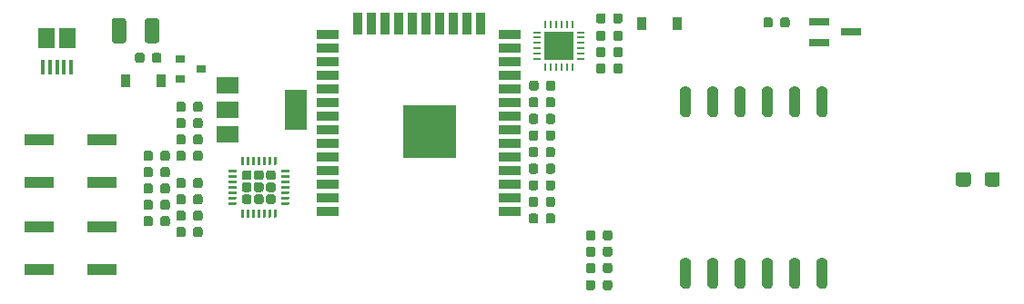
<source format=gbr>
%TF.GenerationSoftware,KiCad,Pcbnew,(5.1.6)-1*%
%TF.CreationDate,2021-06-02T18:30:26+10:00*%
%TF.ProjectId,L2_board,4c325f62-6f61-4726-942e-6b696361645f,2.0*%
%TF.SameCoordinates,Original*%
%TF.FileFunction,Paste,Top*%
%TF.FilePolarity,Positive*%
%FSLAX46Y46*%
G04 Gerber Fmt 4.6, Leading zero omitted, Abs format (unit mm)*
G04 Created by KiCad (PCBNEW (5.1.6)-1) date 2021-06-02 18:30:26*
%MOMM*%
%LPD*%
G01*
G04 APERTURE LIST*
%ADD10C,0.152400*%
%ADD11C,0.000100*%
%ADD12R,1.900000X0.800000*%
%ADD13R,2.743200X2.641600*%
%ADD14R,0.254000X0.711200*%
%ADD15R,0.711200X0.254000*%
%ADD16R,2.000000X1.500000*%
%ADD17R,2.000000X3.800000*%
%ADD18R,2.000000X0.900000*%
%ADD19R,0.900000X2.000000*%
%ADD20R,5.000000X5.000000*%
%ADD21R,2.800000X1.000000*%
%ADD22R,0.900000X0.800000*%
%ADD23R,1.500000X1.900000*%
%ADD24R,0.400000X1.350000*%
%ADD25R,0.900000X1.200000*%
G04 APERTURE END LIST*
D10*
%TO.C,U6*%
X156030600Y-82472200D02*
X156030600Y-83593000D01*
X156030600Y-83593000D02*
X157202200Y-83593000D01*
X157202200Y-83593000D02*
X157202200Y-82472200D01*
X157202200Y-82472200D02*
X156030600Y-82472200D01*
X156030600Y-83793000D02*
X156030600Y-84913800D01*
X156030600Y-84913800D02*
X157202200Y-84913800D01*
X157202200Y-84913800D02*
X157202200Y-83793000D01*
X157202200Y-83793000D02*
X156030600Y-83793000D01*
X157402200Y-82472200D02*
X157402200Y-83593000D01*
X157402200Y-83593000D02*
X158573800Y-83593000D01*
X158573800Y-83593000D02*
X158573800Y-82472200D01*
X158573800Y-82472200D02*
X157402200Y-82472200D01*
X157402200Y-83793000D02*
X157402200Y-84913800D01*
X157402200Y-84913800D02*
X158573800Y-84913800D01*
X158573800Y-84913800D02*
X158573800Y-83793000D01*
X158573800Y-83793000D02*
X157402200Y-83793000D01*
D11*
%TO.C,U5*%
G36*
X173617000Y-104901000D02*
G01*
X173617000Y-104001000D01*
X173619739Y-103948736D01*
X173627926Y-103897044D01*
X173641472Y-103846492D01*
X173660227Y-103797632D01*
X173683987Y-103751000D01*
X173712492Y-103707107D01*
X173745428Y-103666435D01*
X173782435Y-103629428D01*
X173823107Y-103596492D01*
X173867000Y-103567987D01*
X173913632Y-103544227D01*
X173962492Y-103525472D01*
X174013044Y-103511926D01*
X174064736Y-103503739D01*
X174117000Y-103501000D01*
X174169264Y-103503739D01*
X174220956Y-103511926D01*
X174271508Y-103525472D01*
X174320368Y-103544227D01*
X174367000Y-103567987D01*
X174410893Y-103596492D01*
X174451565Y-103629428D01*
X174488572Y-103666435D01*
X174521508Y-103707107D01*
X174550013Y-103751000D01*
X174573773Y-103797632D01*
X174592528Y-103846492D01*
X174606074Y-103897044D01*
X174614261Y-103948736D01*
X174617000Y-104001000D01*
X174617000Y-105801000D01*
X174614261Y-105853264D01*
X174606074Y-105904956D01*
X174592528Y-105955508D01*
X174573773Y-106004368D01*
X174550013Y-106051000D01*
X174521508Y-106094893D01*
X174488572Y-106135565D01*
X174451565Y-106172572D01*
X174410893Y-106205508D01*
X174367000Y-106234013D01*
X174320368Y-106257773D01*
X174271508Y-106276528D01*
X174220956Y-106290074D01*
X174169264Y-106298261D01*
X174117000Y-106301000D01*
X174064736Y-106298261D01*
X174013044Y-106290074D01*
X173962492Y-106276528D01*
X173913632Y-106257773D01*
X173867000Y-106234013D01*
X173823107Y-106205508D01*
X173782435Y-106172572D01*
X173745428Y-106135565D01*
X173712492Y-106094893D01*
X173683987Y-106051000D01*
X173660227Y-106004368D01*
X173641472Y-105955508D01*
X173627926Y-105904956D01*
X173619739Y-105853264D01*
X173617000Y-105801000D01*
X173617000Y-104901000D01*
G37*
X173617000Y-104901000D02*
X173617000Y-104001000D01*
X173619739Y-103948736D01*
X173627926Y-103897044D01*
X173641472Y-103846492D01*
X173660227Y-103797632D01*
X173683987Y-103751000D01*
X173712492Y-103707107D01*
X173745428Y-103666435D01*
X173782435Y-103629428D01*
X173823107Y-103596492D01*
X173867000Y-103567987D01*
X173913632Y-103544227D01*
X173962492Y-103525472D01*
X174013044Y-103511926D01*
X174064736Y-103503739D01*
X174117000Y-103501000D01*
X174169264Y-103503739D01*
X174220956Y-103511926D01*
X174271508Y-103525472D01*
X174320368Y-103544227D01*
X174367000Y-103567987D01*
X174410893Y-103596492D01*
X174451565Y-103629428D01*
X174488572Y-103666435D01*
X174521508Y-103707107D01*
X174550013Y-103751000D01*
X174573773Y-103797632D01*
X174592528Y-103846492D01*
X174606074Y-103897044D01*
X174614261Y-103948736D01*
X174617000Y-104001000D01*
X174617000Y-105801000D01*
X174614261Y-105853264D01*
X174606074Y-105904956D01*
X174592528Y-105955508D01*
X174573773Y-106004368D01*
X174550013Y-106051000D01*
X174521508Y-106094893D01*
X174488572Y-106135565D01*
X174451565Y-106172572D01*
X174410893Y-106205508D01*
X174367000Y-106234013D01*
X174320368Y-106257773D01*
X174271508Y-106276528D01*
X174220956Y-106290074D01*
X174169264Y-106298261D01*
X174117000Y-106301000D01*
X174064736Y-106298261D01*
X174013044Y-106290074D01*
X173962492Y-106276528D01*
X173913632Y-106257773D01*
X173867000Y-106234013D01*
X173823107Y-106205508D01*
X173782435Y-106172572D01*
X173745428Y-106135565D01*
X173712492Y-106094893D01*
X173683987Y-106051000D01*
X173660227Y-106004368D01*
X173641472Y-105955508D01*
X173627926Y-105904956D01*
X173619739Y-105853264D01*
X173617000Y-105801000D01*
X173617000Y-104901000D01*
G36*
X173617000Y-88901000D02*
G01*
X173617000Y-88001000D01*
X173619739Y-87948736D01*
X173627926Y-87897044D01*
X173641472Y-87846492D01*
X173660227Y-87797632D01*
X173683987Y-87751000D01*
X173712492Y-87707107D01*
X173745428Y-87666435D01*
X173782435Y-87629428D01*
X173823107Y-87596492D01*
X173867000Y-87567987D01*
X173913632Y-87544227D01*
X173962492Y-87525472D01*
X174013044Y-87511926D01*
X174064736Y-87503739D01*
X174117000Y-87501000D01*
X174169264Y-87503739D01*
X174220956Y-87511926D01*
X174271508Y-87525472D01*
X174320368Y-87544227D01*
X174367000Y-87567987D01*
X174410893Y-87596492D01*
X174451565Y-87629428D01*
X174488572Y-87666435D01*
X174521508Y-87707107D01*
X174550013Y-87751000D01*
X174573773Y-87797632D01*
X174592528Y-87846492D01*
X174606074Y-87897044D01*
X174614261Y-87948736D01*
X174617000Y-88001000D01*
X174617000Y-89801000D01*
X174614261Y-89853264D01*
X174606074Y-89904956D01*
X174592528Y-89955508D01*
X174573773Y-90004368D01*
X174550013Y-90051000D01*
X174521508Y-90094893D01*
X174488572Y-90135565D01*
X174451565Y-90172572D01*
X174410893Y-90205508D01*
X174367000Y-90234013D01*
X174320368Y-90257773D01*
X174271508Y-90276528D01*
X174220956Y-90290074D01*
X174169264Y-90298261D01*
X174117000Y-90301000D01*
X174064736Y-90298261D01*
X174013044Y-90290074D01*
X173962492Y-90276528D01*
X173913632Y-90257773D01*
X173867000Y-90234013D01*
X173823107Y-90205508D01*
X173782435Y-90172572D01*
X173745428Y-90135565D01*
X173712492Y-90094893D01*
X173683987Y-90051000D01*
X173660227Y-90004368D01*
X173641472Y-89955508D01*
X173627926Y-89904956D01*
X173619739Y-89853264D01*
X173617000Y-89801000D01*
X173617000Y-88901000D01*
G37*
X173617000Y-88901000D02*
X173617000Y-88001000D01*
X173619739Y-87948736D01*
X173627926Y-87897044D01*
X173641472Y-87846492D01*
X173660227Y-87797632D01*
X173683987Y-87751000D01*
X173712492Y-87707107D01*
X173745428Y-87666435D01*
X173782435Y-87629428D01*
X173823107Y-87596492D01*
X173867000Y-87567987D01*
X173913632Y-87544227D01*
X173962492Y-87525472D01*
X174013044Y-87511926D01*
X174064736Y-87503739D01*
X174117000Y-87501000D01*
X174169264Y-87503739D01*
X174220956Y-87511926D01*
X174271508Y-87525472D01*
X174320368Y-87544227D01*
X174367000Y-87567987D01*
X174410893Y-87596492D01*
X174451565Y-87629428D01*
X174488572Y-87666435D01*
X174521508Y-87707107D01*
X174550013Y-87751000D01*
X174573773Y-87797632D01*
X174592528Y-87846492D01*
X174606074Y-87897044D01*
X174614261Y-87948736D01*
X174617000Y-88001000D01*
X174617000Y-89801000D01*
X174614261Y-89853264D01*
X174606074Y-89904956D01*
X174592528Y-89955508D01*
X174573773Y-90004368D01*
X174550013Y-90051000D01*
X174521508Y-90094893D01*
X174488572Y-90135565D01*
X174451565Y-90172572D01*
X174410893Y-90205508D01*
X174367000Y-90234013D01*
X174320368Y-90257773D01*
X174271508Y-90276528D01*
X174220956Y-90290074D01*
X174169264Y-90298261D01*
X174117000Y-90301000D01*
X174064736Y-90298261D01*
X174013044Y-90290074D01*
X173962492Y-90276528D01*
X173913632Y-90257773D01*
X173867000Y-90234013D01*
X173823107Y-90205508D01*
X173782435Y-90172572D01*
X173745428Y-90135565D01*
X173712492Y-90094893D01*
X173683987Y-90051000D01*
X173660227Y-90004368D01*
X173641472Y-89955508D01*
X173627926Y-89904956D01*
X173619739Y-89853264D01*
X173617000Y-89801000D01*
X173617000Y-88901000D01*
G36*
X171077000Y-88901000D02*
G01*
X171077000Y-88001000D01*
X171079739Y-87948736D01*
X171087926Y-87897044D01*
X171101472Y-87846492D01*
X171120227Y-87797632D01*
X171143987Y-87751000D01*
X171172492Y-87707107D01*
X171205428Y-87666435D01*
X171242435Y-87629428D01*
X171283107Y-87596492D01*
X171327000Y-87567987D01*
X171373632Y-87544227D01*
X171422492Y-87525472D01*
X171473044Y-87511926D01*
X171524736Y-87503739D01*
X171577000Y-87501000D01*
X171629264Y-87503739D01*
X171680956Y-87511926D01*
X171731508Y-87525472D01*
X171780368Y-87544227D01*
X171827000Y-87567987D01*
X171870893Y-87596492D01*
X171911565Y-87629428D01*
X171948572Y-87666435D01*
X171981508Y-87707107D01*
X172010013Y-87751000D01*
X172033773Y-87797632D01*
X172052528Y-87846492D01*
X172066074Y-87897044D01*
X172074261Y-87948736D01*
X172077000Y-88001000D01*
X172077000Y-89801000D01*
X172074261Y-89853264D01*
X172066074Y-89904956D01*
X172052528Y-89955508D01*
X172033773Y-90004368D01*
X172010013Y-90051000D01*
X171981508Y-90094893D01*
X171948572Y-90135565D01*
X171911565Y-90172572D01*
X171870893Y-90205508D01*
X171827000Y-90234013D01*
X171780368Y-90257773D01*
X171731508Y-90276528D01*
X171680956Y-90290074D01*
X171629264Y-90298261D01*
X171577000Y-90301000D01*
X171524736Y-90298261D01*
X171473044Y-90290074D01*
X171422492Y-90276528D01*
X171373632Y-90257773D01*
X171327000Y-90234013D01*
X171283107Y-90205508D01*
X171242435Y-90172572D01*
X171205428Y-90135565D01*
X171172492Y-90094893D01*
X171143987Y-90051000D01*
X171120227Y-90004368D01*
X171101472Y-89955508D01*
X171087926Y-89904956D01*
X171079739Y-89853264D01*
X171077000Y-89801000D01*
X171077000Y-88901000D01*
G37*
X171077000Y-88901000D02*
X171077000Y-88001000D01*
X171079739Y-87948736D01*
X171087926Y-87897044D01*
X171101472Y-87846492D01*
X171120227Y-87797632D01*
X171143987Y-87751000D01*
X171172492Y-87707107D01*
X171205428Y-87666435D01*
X171242435Y-87629428D01*
X171283107Y-87596492D01*
X171327000Y-87567987D01*
X171373632Y-87544227D01*
X171422492Y-87525472D01*
X171473044Y-87511926D01*
X171524736Y-87503739D01*
X171577000Y-87501000D01*
X171629264Y-87503739D01*
X171680956Y-87511926D01*
X171731508Y-87525472D01*
X171780368Y-87544227D01*
X171827000Y-87567987D01*
X171870893Y-87596492D01*
X171911565Y-87629428D01*
X171948572Y-87666435D01*
X171981508Y-87707107D01*
X172010013Y-87751000D01*
X172033773Y-87797632D01*
X172052528Y-87846492D01*
X172066074Y-87897044D01*
X172074261Y-87948736D01*
X172077000Y-88001000D01*
X172077000Y-89801000D01*
X172074261Y-89853264D01*
X172066074Y-89904956D01*
X172052528Y-89955508D01*
X172033773Y-90004368D01*
X172010013Y-90051000D01*
X171981508Y-90094893D01*
X171948572Y-90135565D01*
X171911565Y-90172572D01*
X171870893Y-90205508D01*
X171827000Y-90234013D01*
X171780368Y-90257773D01*
X171731508Y-90276528D01*
X171680956Y-90290074D01*
X171629264Y-90298261D01*
X171577000Y-90301000D01*
X171524736Y-90298261D01*
X171473044Y-90290074D01*
X171422492Y-90276528D01*
X171373632Y-90257773D01*
X171327000Y-90234013D01*
X171283107Y-90205508D01*
X171242435Y-90172572D01*
X171205428Y-90135565D01*
X171172492Y-90094893D01*
X171143987Y-90051000D01*
X171120227Y-90004368D01*
X171101472Y-89955508D01*
X171087926Y-89904956D01*
X171079739Y-89853264D01*
X171077000Y-89801000D01*
X171077000Y-88901000D01*
G36*
X168537000Y-88901000D02*
G01*
X168537000Y-88001000D01*
X168539739Y-87948736D01*
X168547926Y-87897044D01*
X168561472Y-87846492D01*
X168580227Y-87797632D01*
X168603987Y-87751000D01*
X168632492Y-87707107D01*
X168665428Y-87666435D01*
X168702435Y-87629428D01*
X168743107Y-87596492D01*
X168787000Y-87567987D01*
X168833632Y-87544227D01*
X168882492Y-87525472D01*
X168933044Y-87511926D01*
X168984736Y-87503739D01*
X169037000Y-87501000D01*
X169089264Y-87503739D01*
X169140956Y-87511926D01*
X169191508Y-87525472D01*
X169240368Y-87544227D01*
X169287000Y-87567987D01*
X169330893Y-87596492D01*
X169371565Y-87629428D01*
X169408572Y-87666435D01*
X169441508Y-87707107D01*
X169470013Y-87751000D01*
X169493773Y-87797632D01*
X169512528Y-87846492D01*
X169526074Y-87897044D01*
X169534261Y-87948736D01*
X169537000Y-88001000D01*
X169537000Y-89801000D01*
X169534261Y-89853264D01*
X169526074Y-89904956D01*
X169512528Y-89955508D01*
X169493773Y-90004368D01*
X169470013Y-90051000D01*
X169441508Y-90094893D01*
X169408572Y-90135565D01*
X169371565Y-90172572D01*
X169330893Y-90205508D01*
X169287000Y-90234013D01*
X169240368Y-90257773D01*
X169191508Y-90276528D01*
X169140956Y-90290074D01*
X169089264Y-90298261D01*
X169037000Y-90301000D01*
X168984736Y-90298261D01*
X168933044Y-90290074D01*
X168882492Y-90276528D01*
X168833632Y-90257773D01*
X168787000Y-90234013D01*
X168743107Y-90205508D01*
X168702435Y-90172572D01*
X168665428Y-90135565D01*
X168632492Y-90094893D01*
X168603987Y-90051000D01*
X168580227Y-90004368D01*
X168561472Y-89955508D01*
X168547926Y-89904956D01*
X168539739Y-89853264D01*
X168537000Y-89801000D01*
X168537000Y-88901000D01*
G37*
X168537000Y-88901000D02*
X168537000Y-88001000D01*
X168539739Y-87948736D01*
X168547926Y-87897044D01*
X168561472Y-87846492D01*
X168580227Y-87797632D01*
X168603987Y-87751000D01*
X168632492Y-87707107D01*
X168665428Y-87666435D01*
X168702435Y-87629428D01*
X168743107Y-87596492D01*
X168787000Y-87567987D01*
X168833632Y-87544227D01*
X168882492Y-87525472D01*
X168933044Y-87511926D01*
X168984736Y-87503739D01*
X169037000Y-87501000D01*
X169089264Y-87503739D01*
X169140956Y-87511926D01*
X169191508Y-87525472D01*
X169240368Y-87544227D01*
X169287000Y-87567987D01*
X169330893Y-87596492D01*
X169371565Y-87629428D01*
X169408572Y-87666435D01*
X169441508Y-87707107D01*
X169470013Y-87751000D01*
X169493773Y-87797632D01*
X169512528Y-87846492D01*
X169526074Y-87897044D01*
X169534261Y-87948736D01*
X169537000Y-88001000D01*
X169537000Y-89801000D01*
X169534261Y-89853264D01*
X169526074Y-89904956D01*
X169512528Y-89955508D01*
X169493773Y-90004368D01*
X169470013Y-90051000D01*
X169441508Y-90094893D01*
X169408572Y-90135565D01*
X169371565Y-90172572D01*
X169330893Y-90205508D01*
X169287000Y-90234013D01*
X169240368Y-90257773D01*
X169191508Y-90276528D01*
X169140956Y-90290074D01*
X169089264Y-90298261D01*
X169037000Y-90301000D01*
X168984736Y-90298261D01*
X168933044Y-90290074D01*
X168882492Y-90276528D01*
X168833632Y-90257773D01*
X168787000Y-90234013D01*
X168743107Y-90205508D01*
X168702435Y-90172572D01*
X168665428Y-90135565D01*
X168632492Y-90094893D01*
X168603987Y-90051000D01*
X168580227Y-90004368D01*
X168561472Y-89955508D01*
X168547926Y-89904956D01*
X168539739Y-89853264D01*
X168537000Y-89801000D01*
X168537000Y-88901000D01*
G36*
X176157000Y-88901000D02*
G01*
X176157000Y-88001000D01*
X176159739Y-87948736D01*
X176167926Y-87897044D01*
X176181472Y-87846492D01*
X176200227Y-87797632D01*
X176223987Y-87751000D01*
X176252492Y-87707107D01*
X176285428Y-87666435D01*
X176322435Y-87629428D01*
X176363107Y-87596492D01*
X176407000Y-87567987D01*
X176453632Y-87544227D01*
X176502492Y-87525472D01*
X176553044Y-87511926D01*
X176604736Y-87503739D01*
X176657000Y-87501000D01*
X176709264Y-87503739D01*
X176760956Y-87511926D01*
X176811508Y-87525472D01*
X176860368Y-87544227D01*
X176907000Y-87567987D01*
X176950893Y-87596492D01*
X176991565Y-87629428D01*
X177028572Y-87666435D01*
X177061508Y-87707107D01*
X177090013Y-87751000D01*
X177113773Y-87797632D01*
X177132528Y-87846492D01*
X177146074Y-87897044D01*
X177154261Y-87948736D01*
X177157000Y-88001000D01*
X177157000Y-89801000D01*
X177154261Y-89853264D01*
X177146074Y-89904956D01*
X177132528Y-89955508D01*
X177113773Y-90004368D01*
X177090013Y-90051000D01*
X177061508Y-90094893D01*
X177028572Y-90135565D01*
X176991565Y-90172572D01*
X176950893Y-90205508D01*
X176907000Y-90234013D01*
X176860368Y-90257773D01*
X176811508Y-90276528D01*
X176760956Y-90290074D01*
X176709264Y-90298261D01*
X176657000Y-90301000D01*
X176604736Y-90298261D01*
X176553044Y-90290074D01*
X176502492Y-90276528D01*
X176453632Y-90257773D01*
X176407000Y-90234013D01*
X176363107Y-90205508D01*
X176322435Y-90172572D01*
X176285428Y-90135565D01*
X176252492Y-90094893D01*
X176223987Y-90051000D01*
X176200227Y-90004368D01*
X176181472Y-89955508D01*
X176167926Y-89904956D01*
X176159739Y-89853264D01*
X176157000Y-89801000D01*
X176157000Y-88901000D01*
G37*
X176157000Y-88901000D02*
X176157000Y-88001000D01*
X176159739Y-87948736D01*
X176167926Y-87897044D01*
X176181472Y-87846492D01*
X176200227Y-87797632D01*
X176223987Y-87751000D01*
X176252492Y-87707107D01*
X176285428Y-87666435D01*
X176322435Y-87629428D01*
X176363107Y-87596492D01*
X176407000Y-87567987D01*
X176453632Y-87544227D01*
X176502492Y-87525472D01*
X176553044Y-87511926D01*
X176604736Y-87503739D01*
X176657000Y-87501000D01*
X176709264Y-87503739D01*
X176760956Y-87511926D01*
X176811508Y-87525472D01*
X176860368Y-87544227D01*
X176907000Y-87567987D01*
X176950893Y-87596492D01*
X176991565Y-87629428D01*
X177028572Y-87666435D01*
X177061508Y-87707107D01*
X177090013Y-87751000D01*
X177113773Y-87797632D01*
X177132528Y-87846492D01*
X177146074Y-87897044D01*
X177154261Y-87948736D01*
X177157000Y-88001000D01*
X177157000Y-89801000D01*
X177154261Y-89853264D01*
X177146074Y-89904956D01*
X177132528Y-89955508D01*
X177113773Y-90004368D01*
X177090013Y-90051000D01*
X177061508Y-90094893D01*
X177028572Y-90135565D01*
X176991565Y-90172572D01*
X176950893Y-90205508D01*
X176907000Y-90234013D01*
X176860368Y-90257773D01*
X176811508Y-90276528D01*
X176760956Y-90290074D01*
X176709264Y-90298261D01*
X176657000Y-90301000D01*
X176604736Y-90298261D01*
X176553044Y-90290074D01*
X176502492Y-90276528D01*
X176453632Y-90257773D01*
X176407000Y-90234013D01*
X176363107Y-90205508D01*
X176322435Y-90172572D01*
X176285428Y-90135565D01*
X176252492Y-90094893D01*
X176223987Y-90051000D01*
X176200227Y-90004368D01*
X176181472Y-89955508D01*
X176167926Y-89904956D01*
X176159739Y-89853264D01*
X176157000Y-89801000D01*
X176157000Y-88901000D01*
G36*
X178697000Y-88901000D02*
G01*
X178697000Y-88001000D01*
X178699739Y-87948736D01*
X178707926Y-87897044D01*
X178721472Y-87846492D01*
X178740227Y-87797632D01*
X178763987Y-87751000D01*
X178792492Y-87707107D01*
X178825428Y-87666435D01*
X178862435Y-87629428D01*
X178903107Y-87596492D01*
X178947000Y-87567987D01*
X178993632Y-87544227D01*
X179042492Y-87525472D01*
X179093044Y-87511926D01*
X179144736Y-87503739D01*
X179197000Y-87501000D01*
X179249264Y-87503739D01*
X179300956Y-87511926D01*
X179351508Y-87525472D01*
X179400368Y-87544227D01*
X179447000Y-87567987D01*
X179490893Y-87596492D01*
X179531565Y-87629428D01*
X179568572Y-87666435D01*
X179601508Y-87707107D01*
X179630013Y-87751000D01*
X179653773Y-87797632D01*
X179672528Y-87846492D01*
X179686074Y-87897044D01*
X179694261Y-87948736D01*
X179697000Y-88001000D01*
X179697000Y-89801000D01*
X179694261Y-89853264D01*
X179686074Y-89904956D01*
X179672528Y-89955508D01*
X179653773Y-90004368D01*
X179630013Y-90051000D01*
X179601508Y-90094893D01*
X179568572Y-90135565D01*
X179531565Y-90172572D01*
X179490893Y-90205508D01*
X179447000Y-90234013D01*
X179400368Y-90257773D01*
X179351508Y-90276528D01*
X179300956Y-90290074D01*
X179249264Y-90298261D01*
X179197000Y-90301000D01*
X179144736Y-90298261D01*
X179093044Y-90290074D01*
X179042492Y-90276528D01*
X178993632Y-90257773D01*
X178947000Y-90234013D01*
X178903107Y-90205508D01*
X178862435Y-90172572D01*
X178825428Y-90135565D01*
X178792492Y-90094893D01*
X178763987Y-90051000D01*
X178740227Y-90004368D01*
X178721472Y-89955508D01*
X178707926Y-89904956D01*
X178699739Y-89853264D01*
X178697000Y-89801000D01*
X178697000Y-88901000D01*
G37*
X178697000Y-88901000D02*
X178697000Y-88001000D01*
X178699739Y-87948736D01*
X178707926Y-87897044D01*
X178721472Y-87846492D01*
X178740227Y-87797632D01*
X178763987Y-87751000D01*
X178792492Y-87707107D01*
X178825428Y-87666435D01*
X178862435Y-87629428D01*
X178903107Y-87596492D01*
X178947000Y-87567987D01*
X178993632Y-87544227D01*
X179042492Y-87525472D01*
X179093044Y-87511926D01*
X179144736Y-87503739D01*
X179197000Y-87501000D01*
X179249264Y-87503739D01*
X179300956Y-87511926D01*
X179351508Y-87525472D01*
X179400368Y-87544227D01*
X179447000Y-87567987D01*
X179490893Y-87596492D01*
X179531565Y-87629428D01*
X179568572Y-87666435D01*
X179601508Y-87707107D01*
X179630013Y-87751000D01*
X179653773Y-87797632D01*
X179672528Y-87846492D01*
X179686074Y-87897044D01*
X179694261Y-87948736D01*
X179697000Y-88001000D01*
X179697000Y-89801000D01*
X179694261Y-89853264D01*
X179686074Y-89904956D01*
X179672528Y-89955508D01*
X179653773Y-90004368D01*
X179630013Y-90051000D01*
X179601508Y-90094893D01*
X179568572Y-90135565D01*
X179531565Y-90172572D01*
X179490893Y-90205508D01*
X179447000Y-90234013D01*
X179400368Y-90257773D01*
X179351508Y-90276528D01*
X179300956Y-90290074D01*
X179249264Y-90298261D01*
X179197000Y-90301000D01*
X179144736Y-90298261D01*
X179093044Y-90290074D01*
X179042492Y-90276528D01*
X178993632Y-90257773D01*
X178947000Y-90234013D01*
X178903107Y-90205508D01*
X178862435Y-90172572D01*
X178825428Y-90135565D01*
X178792492Y-90094893D01*
X178763987Y-90051000D01*
X178740227Y-90004368D01*
X178721472Y-89955508D01*
X178707926Y-89904956D01*
X178699739Y-89853264D01*
X178697000Y-89801000D01*
X178697000Y-88901000D01*
G36*
X181237000Y-88901000D02*
G01*
X181237000Y-88001000D01*
X181239739Y-87948736D01*
X181247926Y-87897044D01*
X181261472Y-87846492D01*
X181280227Y-87797632D01*
X181303987Y-87751000D01*
X181332492Y-87707107D01*
X181365428Y-87666435D01*
X181402435Y-87629428D01*
X181443107Y-87596492D01*
X181487000Y-87567987D01*
X181533632Y-87544227D01*
X181582492Y-87525472D01*
X181633044Y-87511926D01*
X181684736Y-87503739D01*
X181737000Y-87501000D01*
X181789264Y-87503739D01*
X181840956Y-87511926D01*
X181891508Y-87525472D01*
X181940368Y-87544227D01*
X181987000Y-87567987D01*
X182030893Y-87596492D01*
X182071565Y-87629428D01*
X182108572Y-87666435D01*
X182141508Y-87707107D01*
X182170013Y-87751000D01*
X182193773Y-87797632D01*
X182212528Y-87846492D01*
X182226074Y-87897044D01*
X182234261Y-87948736D01*
X182237000Y-88001000D01*
X182237000Y-89801000D01*
X182234261Y-89853264D01*
X182226074Y-89904956D01*
X182212528Y-89955508D01*
X182193773Y-90004368D01*
X182170013Y-90051000D01*
X182141508Y-90094893D01*
X182108572Y-90135565D01*
X182071565Y-90172572D01*
X182030893Y-90205508D01*
X181987000Y-90234013D01*
X181940368Y-90257773D01*
X181891508Y-90276528D01*
X181840956Y-90290074D01*
X181789264Y-90298261D01*
X181737000Y-90301000D01*
X181684736Y-90298261D01*
X181633044Y-90290074D01*
X181582492Y-90276528D01*
X181533632Y-90257773D01*
X181487000Y-90234013D01*
X181443107Y-90205508D01*
X181402435Y-90172572D01*
X181365428Y-90135565D01*
X181332492Y-90094893D01*
X181303987Y-90051000D01*
X181280227Y-90004368D01*
X181261472Y-89955508D01*
X181247926Y-89904956D01*
X181239739Y-89853264D01*
X181237000Y-89801000D01*
X181237000Y-88901000D01*
G37*
X181237000Y-88901000D02*
X181237000Y-88001000D01*
X181239739Y-87948736D01*
X181247926Y-87897044D01*
X181261472Y-87846492D01*
X181280227Y-87797632D01*
X181303987Y-87751000D01*
X181332492Y-87707107D01*
X181365428Y-87666435D01*
X181402435Y-87629428D01*
X181443107Y-87596492D01*
X181487000Y-87567987D01*
X181533632Y-87544227D01*
X181582492Y-87525472D01*
X181633044Y-87511926D01*
X181684736Y-87503739D01*
X181737000Y-87501000D01*
X181789264Y-87503739D01*
X181840956Y-87511926D01*
X181891508Y-87525472D01*
X181940368Y-87544227D01*
X181987000Y-87567987D01*
X182030893Y-87596492D01*
X182071565Y-87629428D01*
X182108572Y-87666435D01*
X182141508Y-87707107D01*
X182170013Y-87751000D01*
X182193773Y-87797632D01*
X182212528Y-87846492D01*
X182226074Y-87897044D01*
X182234261Y-87948736D01*
X182237000Y-88001000D01*
X182237000Y-89801000D01*
X182234261Y-89853264D01*
X182226074Y-89904956D01*
X182212528Y-89955508D01*
X182193773Y-90004368D01*
X182170013Y-90051000D01*
X182141508Y-90094893D01*
X182108572Y-90135565D01*
X182071565Y-90172572D01*
X182030893Y-90205508D01*
X181987000Y-90234013D01*
X181940368Y-90257773D01*
X181891508Y-90276528D01*
X181840956Y-90290074D01*
X181789264Y-90298261D01*
X181737000Y-90301000D01*
X181684736Y-90298261D01*
X181633044Y-90290074D01*
X181582492Y-90276528D01*
X181533632Y-90257773D01*
X181487000Y-90234013D01*
X181443107Y-90205508D01*
X181402435Y-90172572D01*
X181365428Y-90135565D01*
X181332492Y-90094893D01*
X181303987Y-90051000D01*
X181280227Y-90004368D01*
X181261472Y-89955508D01*
X181247926Y-89904956D01*
X181239739Y-89853264D01*
X181237000Y-89801000D01*
X181237000Y-88901000D01*
G36*
X176157000Y-104901000D02*
G01*
X176157000Y-104001000D01*
X176159739Y-103948736D01*
X176167926Y-103897044D01*
X176181472Y-103846492D01*
X176200227Y-103797632D01*
X176223987Y-103751000D01*
X176252492Y-103707107D01*
X176285428Y-103666435D01*
X176322435Y-103629428D01*
X176363107Y-103596492D01*
X176407000Y-103567987D01*
X176453632Y-103544227D01*
X176502492Y-103525472D01*
X176553044Y-103511926D01*
X176604736Y-103503739D01*
X176657000Y-103501000D01*
X176709264Y-103503739D01*
X176760956Y-103511926D01*
X176811508Y-103525472D01*
X176860368Y-103544227D01*
X176907000Y-103567987D01*
X176950893Y-103596492D01*
X176991565Y-103629428D01*
X177028572Y-103666435D01*
X177061508Y-103707107D01*
X177090013Y-103751000D01*
X177113773Y-103797632D01*
X177132528Y-103846492D01*
X177146074Y-103897044D01*
X177154261Y-103948736D01*
X177157000Y-104001000D01*
X177157000Y-105801000D01*
X177154261Y-105853264D01*
X177146074Y-105904956D01*
X177132528Y-105955508D01*
X177113773Y-106004368D01*
X177090013Y-106051000D01*
X177061508Y-106094893D01*
X177028572Y-106135565D01*
X176991565Y-106172572D01*
X176950893Y-106205508D01*
X176907000Y-106234013D01*
X176860368Y-106257773D01*
X176811508Y-106276528D01*
X176760956Y-106290074D01*
X176709264Y-106298261D01*
X176657000Y-106301000D01*
X176604736Y-106298261D01*
X176553044Y-106290074D01*
X176502492Y-106276528D01*
X176453632Y-106257773D01*
X176407000Y-106234013D01*
X176363107Y-106205508D01*
X176322435Y-106172572D01*
X176285428Y-106135565D01*
X176252492Y-106094893D01*
X176223987Y-106051000D01*
X176200227Y-106004368D01*
X176181472Y-105955508D01*
X176167926Y-105904956D01*
X176159739Y-105853264D01*
X176157000Y-105801000D01*
X176157000Y-104901000D01*
G37*
X176157000Y-104901000D02*
X176157000Y-104001000D01*
X176159739Y-103948736D01*
X176167926Y-103897044D01*
X176181472Y-103846492D01*
X176200227Y-103797632D01*
X176223987Y-103751000D01*
X176252492Y-103707107D01*
X176285428Y-103666435D01*
X176322435Y-103629428D01*
X176363107Y-103596492D01*
X176407000Y-103567987D01*
X176453632Y-103544227D01*
X176502492Y-103525472D01*
X176553044Y-103511926D01*
X176604736Y-103503739D01*
X176657000Y-103501000D01*
X176709264Y-103503739D01*
X176760956Y-103511926D01*
X176811508Y-103525472D01*
X176860368Y-103544227D01*
X176907000Y-103567987D01*
X176950893Y-103596492D01*
X176991565Y-103629428D01*
X177028572Y-103666435D01*
X177061508Y-103707107D01*
X177090013Y-103751000D01*
X177113773Y-103797632D01*
X177132528Y-103846492D01*
X177146074Y-103897044D01*
X177154261Y-103948736D01*
X177157000Y-104001000D01*
X177157000Y-105801000D01*
X177154261Y-105853264D01*
X177146074Y-105904956D01*
X177132528Y-105955508D01*
X177113773Y-106004368D01*
X177090013Y-106051000D01*
X177061508Y-106094893D01*
X177028572Y-106135565D01*
X176991565Y-106172572D01*
X176950893Y-106205508D01*
X176907000Y-106234013D01*
X176860368Y-106257773D01*
X176811508Y-106276528D01*
X176760956Y-106290074D01*
X176709264Y-106298261D01*
X176657000Y-106301000D01*
X176604736Y-106298261D01*
X176553044Y-106290074D01*
X176502492Y-106276528D01*
X176453632Y-106257773D01*
X176407000Y-106234013D01*
X176363107Y-106205508D01*
X176322435Y-106172572D01*
X176285428Y-106135565D01*
X176252492Y-106094893D01*
X176223987Y-106051000D01*
X176200227Y-106004368D01*
X176181472Y-105955508D01*
X176167926Y-105904956D01*
X176159739Y-105853264D01*
X176157000Y-105801000D01*
X176157000Y-104901000D01*
G36*
X178697000Y-104901000D02*
G01*
X178697000Y-104001000D01*
X178699739Y-103948736D01*
X178707926Y-103897044D01*
X178721472Y-103846492D01*
X178740227Y-103797632D01*
X178763987Y-103751000D01*
X178792492Y-103707107D01*
X178825428Y-103666435D01*
X178862435Y-103629428D01*
X178903107Y-103596492D01*
X178947000Y-103567987D01*
X178993632Y-103544227D01*
X179042492Y-103525472D01*
X179093044Y-103511926D01*
X179144736Y-103503739D01*
X179197000Y-103501000D01*
X179249264Y-103503739D01*
X179300956Y-103511926D01*
X179351508Y-103525472D01*
X179400368Y-103544227D01*
X179447000Y-103567987D01*
X179490893Y-103596492D01*
X179531565Y-103629428D01*
X179568572Y-103666435D01*
X179601508Y-103707107D01*
X179630013Y-103751000D01*
X179653773Y-103797632D01*
X179672528Y-103846492D01*
X179686074Y-103897044D01*
X179694261Y-103948736D01*
X179697000Y-104001000D01*
X179697000Y-105801000D01*
X179694261Y-105853264D01*
X179686074Y-105904956D01*
X179672528Y-105955508D01*
X179653773Y-106004368D01*
X179630013Y-106051000D01*
X179601508Y-106094893D01*
X179568572Y-106135565D01*
X179531565Y-106172572D01*
X179490893Y-106205508D01*
X179447000Y-106234013D01*
X179400368Y-106257773D01*
X179351508Y-106276528D01*
X179300956Y-106290074D01*
X179249264Y-106298261D01*
X179197000Y-106301000D01*
X179144736Y-106298261D01*
X179093044Y-106290074D01*
X179042492Y-106276528D01*
X178993632Y-106257773D01*
X178947000Y-106234013D01*
X178903107Y-106205508D01*
X178862435Y-106172572D01*
X178825428Y-106135565D01*
X178792492Y-106094893D01*
X178763987Y-106051000D01*
X178740227Y-106004368D01*
X178721472Y-105955508D01*
X178707926Y-105904956D01*
X178699739Y-105853264D01*
X178697000Y-105801000D01*
X178697000Y-104901000D01*
G37*
X178697000Y-104901000D02*
X178697000Y-104001000D01*
X178699739Y-103948736D01*
X178707926Y-103897044D01*
X178721472Y-103846492D01*
X178740227Y-103797632D01*
X178763987Y-103751000D01*
X178792492Y-103707107D01*
X178825428Y-103666435D01*
X178862435Y-103629428D01*
X178903107Y-103596492D01*
X178947000Y-103567987D01*
X178993632Y-103544227D01*
X179042492Y-103525472D01*
X179093044Y-103511926D01*
X179144736Y-103503739D01*
X179197000Y-103501000D01*
X179249264Y-103503739D01*
X179300956Y-103511926D01*
X179351508Y-103525472D01*
X179400368Y-103544227D01*
X179447000Y-103567987D01*
X179490893Y-103596492D01*
X179531565Y-103629428D01*
X179568572Y-103666435D01*
X179601508Y-103707107D01*
X179630013Y-103751000D01*
X179653773Y-103797632D01*
X179672528Y-103846492D01*
X179686074Y-103897044D01*
X179694261Y-103948736D01*
X179697000Y-104001000D01*
X179697000Y-105801000D01*
X179694261Y-105853264D01*
X179686074Y-105904956D01*
X179672528Y-105955508D01*
X179653773Y-106004368D01*
X179630013Y-106051000D01*
X179601508Y-106094893D01*
X179568572Y-106135565D01*
X179531565Y-106172572D01*
X179490893Y-106205508D01*
X179447000Y-106234013D01*
X179400368Y-106257773D01*
X179351508Y-106276528D01*
X179300956Y-106290074D01*
X179249264Y-106298261D01*
X179197000Y-106301000D01*
X179144736Y-106298261D01*
X179093044Y-106290074D01*
X179042492Y-106276528D01*
X178993632Y-106257773D01*
X178947000Y-106234013D01*
X178903107Y-106205508D01*
X178862435Y-106172572D01*
X178825428Y-106135565D01*
X178792492Y-106094893D01*
X178763987Y-106051000D01*
X178740227Y-106004368D01*
X178721472Y-105955508D01*
X178707926Y-105904956D01*
X178699739Y-105853264D01*
X178697000Y-105801000D01*
X178697000Y-104901000D01*
G36*
X181237000Y-104901000D02*
G01*
X181237000Y-104001000D01*
X181239739Y-103948736D01*
X181247926Y-103897044D01*
X181261472Y-103846492D01*
X181280227Y-103797632D01*
X181303987Y-103751000D01*
X181332492Y-103707107D01*
X181365428Y-103666435D01*
X181402435Y-103629428D01*
X181443107Y-103596492D01*
X181487000Y-103567987D01*
X181533632Y-103544227D01*
X181582492Y-103525472D01*
X181633044Y-103511926D01*
X181684736Y-103503739D01*
X181737000Y-103501000D01*
X181789264Y-103503739D01*
X181840956Y-103511926D01*
X181891508Y-103525472D01*
X181940368Y-103544227D01*
X181987000Y-103567987D01*
X182030893Y-103596492D01*
X182071565Y-103629428D01*
X182108572Y-103666435D01*
X182141508Y-103707107D01*
X182170013Y-103751000D01*
X182193773Y-103797632D01*
X182212528Y-103846492D01*
X182226074Y-103897044D01*
X182234261Y-103948736D01*
X182237000Y-104001000D01*
X182237000Y-105801000D01*
X182234261Y-105853264D01*
X182226074Y-105904956D01*
X182212528Y-105955508D01*
X182193773Y-106004368D01*
X182170013Y-106051000D01*
X182141508Y-106094893D01*
X182108572Y-106135565D01*
X182071565Y-106172572D01*
X182030893Y-106205508D01*
X181987000Y-106234013D01*
X181940368Y-106257773D01*
X181891508Y-106276528D01*
X181840956Y-106290074D01*
X181789264Y-106298261D01*
X181737000Y-106301000D01*
X181684736Y-106298261D01*
X181633044Y-106290074D01*
X181582492Y-106276528D01*
X181533632Y-106257773D01*
X181487000Y-106234013D01*
X181443107Y-106205508D01*
X181402435Y-106172572D01*
X181365428Y-106135565D01*
X181332492Y-106094893D01*
X181303987Y-106051000D01*
X181280227Y-106004368D01*
X181261472Y-105955508D01*
X181247926Y-105904956D01*
X181239739Y-105853264D01*
X181237000Y-105801000D01*
X181237000Y-104901000D01*
G37*
X181237000Y-104901000D02*
X181237000Y-104001000D01*
X181239739Y-103948736D01*
X181247926Y-103897044D01*
X181261472Y-103846492D01*
X181280227Y-103797632D01*
X181303987Y-103751000D01*
X181332492Y-103707107D01*
X181365428Y-103666435D01*
X181402435Y-103629428D01*
X181443107Y-103596492D01*
X181487000Y-103567987D01*
X181533632Y-103544227D01*
X181582492Y-103525472D01*
X181633044Y-103511926D01*
X181684736Y-103503739D01*
X181737000Y-103501000D01*
X181789264Y-103503739D01*
X181840956Y-103511926D01*
X181891508Y-103525472D01*
X181940368Y-103544227D01*
X181987000Y-103567987D01*
X182030893Y-103596492D01*
X182071565Y-103629428D01*
X182108572Y-103666435D01*
X182141508Y-103707107D01*
X182170013Y-103751000D01*
X182193773Y-103797632D01*
X182212528Y-103846492D01*
X182226074Y-103897044D01*
X182234261Y-103948736D01*
X182237000Y-104001000D01*
X182237000Y-105801000D01*
X182234261Y-105853264D01*
X182226074Y-105904956D01*
X182212528Y-105955508D01*
X182193773Y-106004368D01*
X182170013Y-106051000D01*
X182141508Y-106094893D01*
X182108572Y-106135565D01*
X182071565Y-106172572D01*
X182030893Y-106205508D01*
X181987000Y-106234013D01*
X181940368Y-106257773D01*
X181891508Y-106276528D01*
X181840956Y-106290074D01*
X181789264Y-106298261D01*
X181737000Y-106301000D01*
X181684736Y-106298261D01*
X181633044Y-106290074D01*
X181582492Y-106276528D01*
X181533632Y-106257773D01*
X181487000Y-106234013D01*
X181443107Y-106205508D01*
X181402435Y-106172572D01*
X181365428Y-106135565D01*
X181332492Y-106094893D01*
X181303987Y-106051000D01*
X181280227Y-106004368D01*
X181261472Y-105955508D01*
X181247926Y-105904956D01*
X181239739Y-105853264D01*
X181237000Y-105801000D01*
X181237000Y-104901000D01*
G36*
X171077000Y-104901000D02*
G01*
X171077000Y-104001000D01*
X171079739Y-103948736D01*
X171087926Y-103897044D01*
X171101472Y-103846492D01*
X171120227Y-103797632D01*
X171143987Y-103751000D01*
X171172492Y-103707107D01*
X171205428Y-103666435D01*
X171242435Y-103629428D01*
X171283107Y-103596492D01*
X171327000Y-103567987D01*
X171373632Y-103544227D01*
X171422492Y-103525472D01*
X171473044Y-103511926D01*
X171524736Y-103503739D01*
X171577000Y-103501000D01*
X171629264Y-103503739D01*
X171680956Y-103511926D01*
X171731508Y-103525472D01*
X171780368Y-103544227D01*
X171827000Y-103567987D01*
X171870893Y-103596492D01*
X171911565Y-103629428D01*
X171948572Y-103666435D01*
X171981508Y-103707107D01*
X172010013Y-103751000D01*
X172033773Y-103797632D01*
X172052528Y-103846492D01*
X172066074Y-103897044D01*
X172074261Y-103948736D01*
X172077000Y-104001000D01*
X172077000Y-105801000D01*
X172074261Y-105853264D01*
X172066074Y-105904956D01*
X172052528Y-105955508D01*
X172033773Y-106004368D01*
X172010013Y-106051000D01*
X171981508Y-106094893D01*
X171948572Y-106135565D01*
X171911565Y-106172572D01*
X171870893Y-106205508D01*
X171827000Y-106234013D01*
X171780368Y-106257773D01*
X171731508Y-106276528D01*
X171680956Y-106290074D01*
X171629264Y-106298261D01*
X171577000Y-106301000D01*
X171524736Y-106298261D01*
X171473044Y-106290074D01*
X171422492Y-106276528D01*
X171373632Y-106257773D01*
X171327000Y-106234013D01*
X171283107Y-106205508D01*
X171242435Y-106172572D01*
X171205428Y-106135565D01*
X171172492Y-106094893D01*
X171143987Y-106051000D01*
X171120227Y-106004368D01*
X171101472Y-105955508D01*
X171087926Y-105904956D01*
X171079739Y-105853264D01*
X171077000Y-105801000D01*
X171077000Y-104901000D01*
G37*
X171077000Y-104901000D02*
X171077000Y-104001000D01*
X171079739Y-103948736D01*
X171087926Y-103897044D01*
X171101472Y-103846492D01*
X171120227Y-103797632D01*
X171143987Y-103751000D01*
X171172492Y-103707107D01*
X171205428Y-103666435D01*
X171242435Y-103629428D01*
X171283107Y-103596492D01*
X171327000Y-103567987D01*
X171373632Y-103544227D01*
X171422492Y-103525472D01*
X171473044Y-103511926D01*
X171524736Y-103503739D01*
X171577000Y-103501000D01*
X171629264Y-103503739D01*
X171680956Y-103511926D01*
X171731508Y-103525472D01*
X171780368Y-103544227D01*
X171827000Y-103567987D01*
X171870893Y-103596492D01*
X171911565Y-103629428D01*
X171948572Y-103666435D01*
X171981508Y-103707107D01*
X172010013Y-103751000D01*
X172033773Y-103797632D01*
X172052528Y-103846492D01*
X172066074Y-103897044D01*
X172074261Y-103948736D01*
X172077000Y-104001000D01*
X172077000Y-105801000D01*
X172074261Y-105853264D01*
X172066074Y-105904956D01*
X172052528Y-105955508D01*
X172033773Y-106004368D01*
X172010013Y-106051000D01*
X171981508Y-106094893D01*
X171948572Y-106135565D01*
X171911565Y-106172572D01*
X171870893Y-106205508D01*
X171827000Y-106234013D01*
X171780368Y-106257773D01*
X171731508Y-106276528D01*
X171680956Y-106290074D01*
X171629264Y-106298261D01*
X171577000Y-106301000D01*
X171524736Y-106298261D01*
X171473044Y-106290074D01*
X171422492Y-106276528D01*
X171373632Y-106257773D01*
X171327000Y-106234013D01*
X171283107Y-106205508D01*
X171242435Y-106172572D01*
X171205428Y-106135565D01*
X171172492Y-106094893D01*
X171143987Y-106051000D01*
X171120227Y-106004368D01*
X171101472Y-105955508D01*
X171087926Y-105904956D01*
X171079739Y-105853264D01*
X171077000Y-105801000D01*
X171077000Y-104901000D01*
G36*
X168537000Y-104901000D02*
G01*
X168537000Y-104001000D01*
X168539739Y-103948736D01*
X168547926Y-103897044D01*
X168561472Y-103846492D01*
X168580227Y-103797632D01*
X168603987Y-103751000D01*
X168632492Y-103707107D01*
X168665428Y-103666435D01*
X168702435Y-103629428D01*
X168743107Y-103596492D01*
X168787000Y-103567987D01*
X168833632Y-103544227D01*
X168882492Y-103525472D01*
X168933044Y-103511926D01*
X168984736Y-103503739D01*
X169037000Y-103501000D01*
X169089264Y-103503739D01*
X169140956Y-103511926D01*
X169191508Y-103525472D01*
X169240368Y-103544227D01*
X169287000Y-103567987D01*
X169330893Y-103596492D01*
X169371565Y-103629428D01*
X169408572Y-103666435D01*
X169441508Y-103707107D01*
X169470013Y-103751000D01*
X169493773Y-103797632D01*
X169512528Y-103846492D01*
X169526074Y-103897044D01*
X169534261Y-103948736D01*
X169537000Y-104001000D01*
X169537000Y-105801000D01*
X169534261Y-105853264D01*
X169526074Y-105904956D01*
X169512528Y-105955508D01*
X169493773Y-106004368D01*
X169470013Y-106051000D01*
X169441508Y-106094893D01*
X169408572Y-106135565D01*
X169371565Y-106172572D01*
X169330893Y-106205508D01*
X169287000Y-106234013D01*
X169240368Y-106257773D01*
X169191508Y-106276528D01*
X169140956Y-106290074D01*
X169089264Y-106298261D01*
X169037000Y-106301000D01*
X168984736Y-106298261D01*
X168933044Y-106290074D01*
X168882492Y-106276528D01*
X168833632Y-106257773D01*
X168787000Y-106234013D01*
X168743107Y-106205508D01*
X168702435Y-106172572D01*
X168665428Y-106135565D01*
X168632492Y-106094893D01*
X168603987Y-106051000D01*
X168580227Y-106004368D01*
X168561472Y-105955508D01*
X168547926Y-105904956D01*
X168539739Y-105853264D01*
X168537000Y-105801000D01*
X168537000Y-104901000D01*
G37*
X168537000Y-104901000D02*
X168537000Y-104001000D01*
X168539739Y-103948736D01*
X168547926Y-103897044D01*
X168561472Y-103846492D01*
X168580227Y-103797632D01*
X168603987Y-103751000D01*
X168632492Y-103707107D01*
X168665428Y-103666435D01*
X168702435Y-103629428D01*
X168743107Y-103596492D01*
X168787000Y-103567987D01*
X168833632Y-103544227D01*
X168882492Y-103525472D01*
X168933044Y-103511926D01*
X168984736Y-103503739D01*
X169037000Y-103501000D01*
X169089264Y-103503739D01*
X169140956Y-103511926D01*
X169191508Y-103525472D01*
X169240368Y-103544227D01*
X169287000Y-103567987D01*
X169330893Y-103596492D01*
X169371565Y-103629428D01*
X169408572Y-103666435D01*
X169441508Y-103707107D01*
X169470013Y-103751000D01*
X169493773Y-103797632D01*
X169512528Y-103846492D01*
X169526074Y-103897044D01*
X169534261Y-103948736D01*
X169537000Y-104001000D01*
X169537000Y-105801000D01*
X169534261Y-105853264D01*
X169526074Y-105904956D01*
X169512528Y-105955508D01*
X169493773Y-106004368D01*
X169470013Y-106051000D01*
X169441508Y-106094893D01*
X169408572Y-106135565D01*
X169371565Y-106172572D01*
X169330893Y-106205508D01*
X169287000Y-106234013D01*
X169240368Y-106257773D01*
X169191508Y-106276528D01*
X169140956Y-106290074D01*
X169089264Y-106298261D01*
X169037000Y-106301000D01*
X168984736Y-106298261D01*
X168933044Y-106290074D01*
X168882492Y-106276528D01*
X168833632Y-106257773D01*
X168787000Y-106234013D01*
X168743107Y-106205508D01*
X168702435Y-106172572D01*
X168665428Y-106135565D01*
X168632492Y-106094893D01*
X168603987Y-106051000D01*
X168580227Y-106004368D01*
X168561472Y-105955508D01*
X168547926Y-105904956D01*
X168539739Y-105853264D01*
X168537000Y-105801000D01*
X168537000Y-104901000D01*
%TD*%
%TO.C,C18*%
G36*
G01*
X194219600Y-96589401D02*
X194219600Y-95739399D01*
G75*
G02*
X194469599Y-95489400I249999J0D01*
G01*
X195369601Y-95489400D01*
G75*
G02*
X195619600Y-95739399I0J-249999D01*
G01*
X195619600Y-96589401D01*
G75*
G02*
X195369601Y-96839400I-249999J0D01*
G01*
X194469599Y-96839400D01*
G75*
G02*
X194219600Y-96589401I0J249999D01*
G01*
G37*
G36*
G01*
X196919600Y-96589401D02*
X196919600Y-95739399D01*
G75*
G02*
X197169599Y-95489400I249999J0D01*
G01*
X198069601Y-95489400D01*
G75*
G02*
X198319600Y-95739399I0J-249999D01*
G01*
X198319600Y-96589401D01*
G75*
G02*
X198069601Y-96839400I-249999J0D01*
G01*
X197169599Y-96839400D01*
G75*
G02*
X196919600Y-96589401I0J249999D01*
G01*
G37*
%TD*%
%TO.C,C17*%
G36*
G01*
X117045300Y-81370999D02*
X117045300Y-83221001D01*
G75*
G02*
X116795301Y-83471000I-249999J0D01*
G01*
X115970299Y-83471000D01*
G75*
G02*
X115720300Y-83221001I0J249999D01*
G01*
X115720300Y-81370999D01*
G75*
G02*
X115970299Y-81121000I249999J0D01*
G01*
X116795301Y-81121000D01*
G75*
G02*
X117045300Y-81370999I0J-249999D01*
G01*
G37*
G36*
G01*
X120120300Y-81370999D02*
X120120300Y-83221001D01*
G75*
G02*
X119870301Y-83471000I-249999J0D01*
G01*
X119045299Y-83471000D01*
G75*
G02*
X118795300Y-83221001I0J249999D01*
G01*
X118795300Y-81370999D01*
G75*
G02*
X119045299Y-81121000I249999J0D01*
G01*
X119870301Y-81121000D01*
G75*
G02*
X120120300Y-81370999I0J-249999D01*
G01*
G37*
%TD*%
D12*
%TO.C,Q4*%
X184507000Y-82423000D03*
X181507000Y-83373000D03*
X181507000Y-81473000D03*
%TD*%
D13*
%TO.C,U6*%
X157302200Y-83693000D03*
D14*
X156052200Y-81699100D03*
X156552199Y-81699100D03*
X157052200Y-81699100D03*
X157552200Y-81699100D03*
X158052201Y-81699100D03*
X158552200Y-81699100D03*
D15*
X159296100Y-82443000D03*
X159296100Y-82942999D03*
X159296100Y-83443000D03*
X159296100Y-83943000D03*
X159296100Y-84443001D03*
X159296100Y-84943000D03*
D14*
X158552200Y-85686900D03*
X158052201Y-85686900D03*
X157552200Y-85686900D03*
X157052200Y-85686900D03*
X156552199Y-85686900D03*
X156052200Y-85686900D03*
D15*
X155308300Y-84943000D03*
X155308300Y-84443001D03*
X155308300Y-83943000D03*
X155308300Y-83443000D03*
X155308300Y-82942999D03*
X155308300Y-82443000D03*
%TD*%
%TO.C,U4*%
G36*
G01*
X130060000Y-98246000D02*
X130060000Y-97796000D01*
G75*
G02*
X130285000Y-97571000I225000J0D01*
G01*
X130735000Y-97571000D01*
G75*
G02*
X130960000Y-97796000I0J-225000D01*
G01*
X130960000Y-98246000D01*
G75*
G02*
X130735000Y-98471000I-225000J0D01*
G01*
X130285000Y-98471000D01*
G75*
G02*
X130060000Y-98246000I0J225000D01*
G01*
G37*
G36*
G01*
X130060000Y-97126000D02*
X130060000Y-96676000D01*
G75*
G02*
X130285000Y-96451000I225000J0D01*
G01*
X130735000Y-96451000D01*
G75*
G02*
X130960000Y-96676000I0J-225000D01*
G01*
X130960000Y-97126000D01*
G75*
G02*
X130735000Y-97351000I-225000J0D01*
G01*
X130285000Y-97351000D01*
G75*
G02*
X130060000Y-97126000I0J225000D01*
G01*
G37*
G36*
G01*
X130060000Y-96006000D02*
X130060000Y-95556000D01*
G75*
G02*
X130285000Y-95331000I225000J0D01*
G01*
X130735000Y-95331000D01*
G75*
G02*
X130960000Y-95556000I0J-225000D01*
G01*
X130960000Y-96006000D01*
G75*
G02*
X130735000Y-96231000I-225000J0D01*
G01*
X130285000Y-96231000D01*
G75*
G02*
X130060000Y-96006000I0J225000D01*
G01*
G37*
G36*
G01*
X128940000Y-98246000D02*
X128940000Y-97796000D01*
G75*
G02*
X129165000Y-97571000I225000J0D01*
G01*
X129615000Y-97571000D01*
G75*
G02*
X129840000Y-97796000I0J-225000D01*
G01*
X129840000Y-98246000D01*
G75*
G02*
X129615000Y-98471000I-225000J0D01*
G01*
X129165000Y-98471000D01*
G75*
G02*
X128940000Y-98246000I0J225000D01*
G01*
G37*
G36*
G01*
X128940000Y-97126000D02*
X128940000Y-96676000D01*
G75*
G02*
X129165000Y-96451000I225000J0D01*
G01*
X129615000Y-96451000D01*
G75*
G02*
X129840000Y-96676000I0J-225000D01*
G01*
X129840000Y-97126000D01*
G75*
G02*
X129615000Y-97351000I-225000J0D01*
G01*
X129165000Y-97351000D01*
G75*
G02*
X128940000Y-97126000I0J225000D01*
G01*
G37*
G36*
G01*
X128940000Y-96006000D02*
X128940000Y-95556000D01*
G75*
G02*
X129165000Y-95331000I225000J0D01*
G01*
X129615000Y-95331000D01*
G75*
G02*
X129840000Y-95556000I0J-225000D01*
G01*
X129840000Y-96006000D01*
G75*
G02*
X129615000Y-96231000I-225000J0D01*
G01*
X129165000Y-96231000D01*
G75*
G02*
X128940000Y-96006000I0J225000D01*
G01*
G37*
G36*
G01*
X127820000Y-98246000D02*
X127820000Y-97796000D01*
G75*
G02*
X128045000Y-97571000I225000J0D01*
G01*
X128495000Y-97571000D01*
G75*
G02*
X128720000Y-97796000I0J-225000D01*
G01*
X128720000Y-98246000D01*
G75*
G02*
X128495000Y-98471000I-225000J0D01*
G01*
X128045000Y-98471000D01*
G75*
G02*
X127820000Y-98246000I0J225000D01*
G01*
G37*
G36*
G01*
X127820000Y-97126000D02*
X127820000Y-96676000D01*
G75*
G02*
X128045000Y-96451000I225000J0D01*
G01*
X128495000Y-96451000D01*
G75*
G02*
X128720000Y-96676000I0J-225000D01*
G01*
X128720000Y-97126000D01*
G75*
G02*
X128495000Y-97351000I-225000J0D01*
G01*
X128045000Y-97351000D01*
G75*
G02*
X127820000Y-97126000I0J225000D01*
G01*
G37*
G36*
G01*
X127820000Y-96006000D02*
X127820000Y-95556000D01*
G75*
G02*
X128045000Y-95331000I225000J0D01*
G01*
X128495000Y-95331000D01*
G75*
G02*
X128720000Y-95556000I0J-225000D01*
G01*
X128720000Y-96006000D01*
G75*
G02*
X128495000Y-96231000I-225000J0D01*
G01*
X128045000Y-96231000D01*
G75*
G02*
X127820000Y-96006000I0J225000D01*
G01*
G37*
G36*
G01*
X127765000Y-94788500D02*
X127765000Y-94113500D01*
G75*
G02*
X127827500Y-94051000I62500J0D01*
G01*
X127952500Y-94051000D01*
G75*
G02*
X128015000Y-94113500I0J-62500D01*
G01*
X128015000Y-94788500D01*
G75*
G02*
X127952500Y-94851000I-62500J0D01*
G01*
X127827500Y-94851000D01*
G75*
G02*
X127765000Y-94788500I0J62500D01*
G01*
G37*
G36*
G01*
X128265000Y-94788500D02*
X128265000Y-94113500D01*
G75*
G02*
X128327500Y-94051000I62500J0D01*
G01*
X128452500Y-94051000D01*
G75*
G02*
X128515000Y-94113500I0J-62500D01*
G01*
X128515000Y-94788500D01*
G75*
G02*
X128452500Y-94851000I-62500J0D01*
G01*
X128327500Y-94851000D01*
G75*
G02*
X128265000Y-94788500I0J62500D01*
G01*
G37*
G36*
G01*
X128765000Y-94788500D02*
X128765000Y-94113500D01*
G75*
G02*
X128827500Y-94051000I62500J0D01*
G01*
X128952500Y-94051000D01*
G75*
G02*
X129015000Y-94113500I0J-62500D01*
G01*
X129015000Y-94788500D01*
G75*
G02*
X128952500Y-94851000I-62500J0D01*
G01*
X128827500Y-94851000D01*
G75*
G02*
X128765000Y-94788500I0J62500D01*
G01*
G37*
G36*
G01*
X129265000Y-94788500D02*
X129265000Y-94113500D01*
G75*
G02*
X129327500Y-94051000I62500J0D01*
G01*
X129452500Y-94051000D01*
G75*
G02*
X129515000Y-94113500I0J-62500D01*
G01*
X129515000Y-94788500D01*
G75*
G02*
X129452500Y-94851000I-62500J0D01*
G01*
X129327500Y-94851000D01*
G75*
G02*
X129265000Y-94788500I0J62500D01*
G01*
G37*
G36*
G01*
X129765000Y-94788500D02*
X129765000Y-94113500D01*
G75*
G02*
X129827500Y-94051000I62500J0D01*
G01*
X129952500Y-94051000D01*
G75*
G02*
X130015000Y-94113500I0J-62500D01*
G01*
X130015000Y-94788500D01*
G75*
G02*
X129952500Y-94851000I-62500J0D01*
G01*
X129827500Y-94851000D01*
G75*
G02*
X129765000Y-94788500I0J62500D01*
G01*
G37*
G36*
G01*
X130265000Y-94788500D02*
X130265000Y-94113500D01*
G75*
G02*
X130327500Y-94051000I62500J0D01*
G01*
X130452500Y-94051000D01*
G75*
G02*
X130515000Y-94113500I0J-62500D01*
G01*
X130515000Y-94788500D01*
G75*
G02*
X130452500Y-94851000I-62500J0D01*
G01*
X130327500Y-94851000D01*
G75*
G02*
X130265000Y-94788500I0J62500D01*
G01*
G37*
G36*
G01*
X130765000Y-94788500D02*
X130765000Y-94113500D01*
G75*
G02*
X130827500Y-94051000I62500J0D01*
G01*
X130952500Y-94051000D01*
G75*
G02*
X131015000Y-94113500I0J-62500D01*
G01*
X131015000Y-94788500D01*
G75*
G02*
X130952500Y-94851000I-62500J0D01*
G01*
X130827500Y-94851000D01*
G75*
G02*
X130765000Y-94788500I0J62500D01*
G01*
G37*
G36*
G01*
X131440000Y-95463500D02*
X131440000Y-95338500D01*
G75*
G02*
X131502500Y-95276000I62500J0D01*
G01*
X132177500Y-95276000D01*
G75*
G02*
X132240000Y-95338500I0J-62500D01*
G01*
X132240000Y-95463500D01*
G75*
G02*
X132177500Y-95526000I-62500J0D01*
G01*
X131502500Y-95526000D01*
G75*
G02*
X131440000Y-95463500I0J62500D01*
G01*
G37*
G36*
G01*
X131440000Y-95963500D02*
X131440000Y-95838500D01*
G75*
G02*
X131502500Y-95776000I62500J0D01*
G01*
X132177500Y-95776000D01*
G75*
G02*
X132240000Y-95838500I0J-62500D01*
G01*
X132240000Y-95963500D01*
G75*
G02*
X132177500Y-96026000I-62500J0D01*
G01*
X131502500Y-96026000D01*
G75*
G02*
X131440000Y-95963500I0J62500D01*
G01*
G37*
G36*
G01*
X131440000Y-96463500D02*
X131440000Y-96338500D01*
G75*
G02*
X131502500Y-96276000I62500J0D01*
G01*
X132177500Y-96276000D01*
G75*
G02*
X132240000Y-96338500I0J-62500D01*
G01*
X132240000Y-96463500D01*
G75*
G02*
X132177500Y-96526000I-62500J0D01*
G01*
X131502500Y-96526000D01*
G75*
G02*
X131440000Y-96463500I0J62500D01*
G01*
G37*
G36*
G01*
X131440000Y-96963500D02*
X131440000Y-96838500D01*
G75*
G02*
X131502500Y-96776000I62500J0D01*
G01*
X132177500Y-96776000D01*
G75*
G02*
X132240000Y-96838500I0J-62500D01*
G01*
X132240000Y-96963500D01*
G75*
G02*
X132177500Y-97026000I-62500J0D01*
G01*
X131502500Y-97026000D01*
G75*
G02*
X131440000Y-96963500I0J62500D01*
G01*
G37*
G36*
G01*
X131440000Y-97463500D02*
X131440000Y-97338500D01*
G75*
G02*
X131502500Y-97276000I62500J0D01*
G01*
X132177500Y-97276000D01*
G75*
G02*
X132240000Y-97338500I0J-62500D01*
G01*
X132240000Y-97463500D01*
G75*
G02*
X132177500Y-97526000I-62500J0D01*
G01*
X131502500Y-97526000D01*
G75*
G02*
X131440000Y-97463500I0J62500D01*
G01*
G37*
G36*
G01*
X131440000Y-97963500D02*
X131440000Y-97838500D01*
G75*
G02*
X131502500Y-97776000I62500J0D01*
G01*
X132177500Y-97776000D01*
G75*
G02*
X132240000Y-97838500I0J-62500D01*
G01*
X132240000Y-97963500D01*
G75*
G02*
X132177500Y-98026000I-62500J0D01*
G01*
X131502500Y-98026000D01*
G75*
G02*
X131440000Y-97963500I0J62500D01*
G01*
G37*
G36*
G01*
X131440000Y-98463500D02*
X131440000Y-98338500D01*
G75*
G02*
X131502500Y-98276000I62500J0D01*
G01*
X132177500Y-98276000D01*
G75*
G02*
X132240000Y-98338500I0J-62500D01*
G01*
X132240000Y-98463500D01*
G75*
G02*
X132177500Y-98526000I-62500J0D01*
G01*
X131502500Y-98526000D01*
G75*
G02*
X131440000Y-98463500I0J62500D01*
G01*
G37*
G36*
G01*
X130765000Y-99688500D02*
X130765000Y-99013500D01*
G75*
G02*
X130827500Y-98951000I62500J0D01*
G01*
X130952500Y-98951000D01*
G75*
G02*
X131015000Y-99013500I0J-62500D01*
G01*
X131015000Y-99688500D01*
G75*
G02*
X130952500Y-99751000I-62500J0D01*
G01*
X130827500Y-99751000D01*
G75*
G02*
X130765000Y-99688500I0J62500D01*
G01*
G37*
G36*
G01*
X130265000Y-99688500D02*
X130265000Y-99013500D01*
G75*
G02*
X130327500Y-98951000I62500J0D01*
G01*
X130452500Y-98951000D01*
G75*
G02*
X130515000Y-99013500I0J-62500D01*
G01*
X130515000Y-99688500D01*
G75*
G02*
X130452500Y-99751000I-62500J0D01*
G01*
X130327500Y-99751000D01*
G75*
G02*
X130265000Y-99688500I0J62500D01*
G01*
G37*
G36*
G01*
X129765000Y-99688500D02*
X129765000Y-99013500D01*
G75*
G02*
X129827500Y-98951000I62500J0D01*
G01*
X129952500Y-98951000D01*
G75*
G02*
X130015000Y-99013500I0J-62500D01*
G01*
X130015000Y-99688500D01*
G75*
G02*
X129952500Y-99751000I-62500J0D01*
G01*
X129827500Y-99751000D01*
G75*
G02*
X129765000Y-99688500I0J62500D01*
G01*
G37*
G36*
G01*
X129265000Y-99688500D02*
X129265000Y-99013500D01*
G75*
G02*
X129327500Y-98951000I62500J0D01*
G01*
X129452500Y-98951000D01*
G75*
G02*
X129515000Y-99013500I0J-62500D01*
G01*
X129515000Y-99688500D01*
G75*
G02*
X129452500Y-99751000I-62500J0D01*
G01*
X129327500Y-99751000D01*
G75*
G02*
X129265000Y-99688500I0J62500D01*
G01*
G37*
G36*
G01*
X128765000Y-99688500D02*
X128765000Y-99013500D01*
G75*
G02*
X128827500Y-98951000I62500J0D01*
G01*
X128952500Y-98951000D01*
G75*
G02*
X129015000Y-99013500I0J-62500D01*
G01*
X129015000Y-99688500D01*
G75*
G02*
X128952500Y-99751000I-62500J0D01*
G01*
X128827500Y-99751000D01*
G75*
G02*
X128765000Y-99688500I0J62500D01*
G01*
G37*
G36*
G01*
X128265000Y-99688500D02*
X128265000Y-99013500D01*
G75*
G02*
X128327500Y-98951000I62500J0D01*
G01*
X128452500Y-98951000D01*
G75*
G02*
X128515000Y-99013500I0J-62500D01*
G01*
X128515000Y-99688500D01*
G75*
G02*
X128452500Y-99751000I-62500J0D01*
G01*
X128327500Y-99751000D01*
G75*
G02*
X128265000Y-99688500I0J62500D01*
G01*
G37*
G36*
G01*
X127765000Y-99688500D02*
X127765000Y-99013500D01*
G75*
G02*
X127827500Y-98951000I62500J0D01*
G01*
X127952500Y-98951000D01*
G75*
G02*
X128015000Y-99013500I0J-62500D01*
G01*
X128015000Y-99688500D01*
G75*
G02*
X127952500Y-99751000I-62500J0D01*
G01*
X127827500Y-99751000D01*
G75*
G02*
X127765000Y-99688500I0J62500D01*
G01*
G37*
G36*
G01*
X126540000Y-98463500D02*
X126540000Y-98338500D01*
G75*
G02*
X126602500Y-98276000I62500J0D01*
G01*
X127277500Y-98276000D01*
G75*
G02*
X127340000Y-98338500I0J-62500D01*
G01*
X127340000Y-98463500D01*
G75*
G02*
X127277500Y-98526000I-62500J0D01*
G01*
X126602500Y-98526000D01*
G75*
G02*
X126540000Y-98463500I0J62500D01*
G01*
G37*
G36*
G01*
X126540000Y-97963500D02*
X126540000Y-97838500D01*
G75*
G02*
X126602500Y-97776000I62500J0D01*
G01*
X127277500Y-97776000D01*
G75*
G02*
X127340000Y-97838500I0J-62500D01*
G01*
X127340000Y-97963500D01*
G75*
G02*
X127277500Y-98026000I-62500J0D01*
G01*
X126602500Y-98026000D01*
G75*
G02*
X126540000Y-97963500I0J62500D01*
G01*
G37*
G36*
G01*
X126540000Y-97463500D02*
X126540000Y-97338500D01*
G75*
G02*
X126602500Y-97276000I62500J0D01*
G01*
X127277500Y-97276000D01*
G75*
G02*
X127340000Y-97338500I0J-62500D01*
G01*
X127340000Y-97463500D01*
G75*
G02*
X127277500Y-97526000I-62500J0D01*
G01*
X126602500Y-97526000D01*
G75*
G02*
X126540000Y-97463500I0J62500D01*
G01*
G37*
G36*
G01*
X126540000Y-96963500D02*
X126540000Y-96838500D01*
G75*
G02*
X126602500Y-96776000I62500J0D01*
G01*
X127277500Y-96776000D01*
G75*
G02*
X127340000Y-96838500I0J-62500D01*
G01*
X127340000Y-96963500D01*
G75*
G02*
X127277500Y-97026000I-62500J0D01*
G01*
X126602500Y-97026000D01*
G75*
G02*
X126540000Y-96963500I0J62500D01*
G01*
G37*
G36*
G01*
X126540000Y-96463500D02*
X126540000Y-96338500D01*
G75*
G02*
X126602500Y-96276000I62500J0D01*
G01*
X127277500Y-96276000D01*
G75*
G02*
X127340000Y-96338500I0J-62500D01*
G01*
X127340000Y-96463500D01*
G75*
G02*
X127277500Y-96526000I-62500J0D01*
G01*
X126602500Y-96526000D01*
G75*
G02*
X126540000Y-96463500I0J62500D01*
G01*
G37*
G36*
G01*
X126540000Y-95963500D02*
X126540000Y-95838500D01*
G75*
G02*
X126602500Y-95776000I62500J0D01*
G01*
X127277500Y-95776000D01*
G75*
G02*
X127340000Y-95838500I0J-62500D01*
G01*
X127340000Y-95963500D01*
G75*
G02*
X127277500Y-96026000I-62500J0D01*
G01*
X126602500Y-96026000D01*
G75*
G02*
X126540000Y-95963500I0J62500D01*
G01*
G37*
G36*
G01*
X126540000Y-95463500D02*
X126540000Y-95338500D01*
G75*
G02*
X126602500Y-95276000I62500J0D01*
G01*
X127277500Y-95276000D01*
G75*
G02*
X127340000Y-95338500I0J-62500D01*
G01*
X127340000Y-95463500D01*
G75*
G02*
X127277500Y-95526000I-62500J0D01*
G01*
X126602500Y-95526000D01*
G75*
G02*
X126540000Y-95463500I0J62500D01*
G01*
G37*
%TD*%
D16*
%TO.C,U2*%
X126517000Y-87362000D03*
X126517000Y-91962000D03*
X126517000Y-89662000D03*
D17*
X132817000Y-89662000D03*
%TD*%
D18*
%TO.C,U1*%
X135772000Y-99187000D03*
X135772000Y-97917000D03*
X135772000Y-96647000D03*
X135772000Y-95377000D03*
X135772000Y-94107000D03*
X135772000Y-92837000D03*
X135772000Y-91567000D03*
X135772000Y-90297000D03*
X135772000Y-89027000D03*
X135772000Y-87757000D03*
X135772000Y-86487000D03*
X135772000Y-85217000D03*
X135772000Y-83947000D03*
X135772000Y-82677000D03*
D19*
X138557000Y-81677000D03*
X139827000Y-81677000D03*
X141097000Y-81677000D03*
X142367000Y-81677000D03*
X143637000Y-81677000D03*
X144907000Y-81677000D03*
X146177000Y-81677000D03*
X147447000Y-81677000D03*
X148717000Y-81677000D03*
X149987000Y-81677000D03*
D18*
X152772000Y-82677000D03*
X152772000Y-83947000D03*
X152772000Y-85217000D03*
X152772000Y-86487000D03*
X152772000Y-87757000D03*
X152772000Y-89027000D03*
X152772000Y-90297000D03*
X152772000Y-91567000D03*
X152772000Y-92837000D03*
X152772000Y-94107000D03*
X152772000Y-95377000D03*
X152772000Y-96647000D03*
X152772000Y-97917000D03*
X152772000Y-99187000D03*
D20*
X145272000Y-91687000D03*
%TD*%
D21*
%TO.C,BOOT*%
X114787000Y-104616000D03*
X108987000Y-104616000D03*
X114787000Y-100616000D03*
X108987000Y-100616000D03*
%TD*%
%TO.C,SW1*%
X114787000Y-96488000D03*
X108987000Y-96488000D03*
X114787000Y-92488000D03*
X108987000Y-92488000D03*
%TD*%
%TO.C,R13*%
G36*
G01*
X177196000Y-81277750D02*
X177196000Y-81790250D01*
G75*
G02*
X176977250Y-82009000I-218750J0D01*
G01*
X176539750Y-82009000D01*
G75*
G02*
X176321000Y-81790250I0J218750D01*
G01*
X176321000Y-81277750D01*
G75*
G02*
X176539750Y-81059000I218750J0D01*
G01*
X176977250Y-81059000D01*
G75*
G02*
X177196000Y-81277750I0J-218750D01*
G01*
G37*
G36*
G01*
X178771000Y-81277750D02*
X178771000Y-81790250D01*
G75*
G02*
X178552250Y-82009000I-218750J0D01*
G01*
X178114750Y-82009000D01*
G75*
G02*
X177896000Y-81790250I0J218750D01*
G01*
X177896000Y-81277750D01*
G75*
G02*
X178114750Y-81059000I218750J0D01*
G01*
X178552250Y-81059000D01*
G75*
G02*
X178771000Y-81277750I0J-218750D01*
G01*
G37*
%TD*%
%TO.C,R12*%
G36*
G01*
X155377300Y-99565750D02*
X155377300Y-100078250D01*
G75*
G02*
X155158550Y-100297000I-218750J0D01*
G01*
X154721050Y-100297000D01*
G75*
G02*
X154502300Y-100078250I0J218750D01*
G01*
X154502300Y-99565750D01*
G75*
G02*
X154721050Y-99347000I218750J0D01*
G01*
X155158550Y-99347000D01*
G75*
G02*
X155377300Y-99565750I0J-218750D01*
G01*
G37*
G36*
G01*
X156952300Y-99565750D02*
X156952300Y-100078250D01*
G75*
G02*
X156733550Y-100297000I-218750J0D01*
G01*
X156296050Y-100297000D01*
G75*
G02*
X156077300Y-100078250I0J218750D01*
G01*
X156077300Y-99565750D01*
G75*
G02*
X156296050Y-99347000I218750J0D01*
G01*
X156733550Y-99347000D01*
G75*
G02*
X156952300Y-99565750I0J-218750D01*
G01*
G37*
%TD*%
%TO.C,R11*%
G36*
G01*
X156077300Y-98528850D02*
X156077300Y-98016350D01*
G75*
G02*
X156296050Y-97797600I218750J0D01*
G01*
X156733550Y-97797600D01*
G75*
G02*
X156952300Y-98016350I0J-218750D01*
G01*
X156952300Y-98528850D01*
G75*
G02*
X156733550Y-98747600I-218750J0D01*
G01*
X156296050Y-98747600D01*
G75*
G02*
X156077300Y-98528850I0J218750D01*
G01*
G37*
G36*
G01*
X154502300Y-98528850D02*
X154502300Y-98016350D01*
G75*
G02*
X154721050Y-97797600I218750J0D01*
G01*
X155158550Y-97797600D01*
G75*
G02*
X155377300Y-98016350I0J-218750D01*
G01*
X155377300Y-98528850D01*
G75*
G02*
X155158550Y-98747600I-218750J0D01*
G01*
X154721050Y-98747600D01*
G75*
G02*
X154502300Y-98528850I0J218750D01*
G01*
G37*
%TD*%
%TO.C,R10*%
G36*
G01*
X123286000Y-94236250D02*
X123286000Y-93723750D01*
G75*
G02*
X123504750Y-93505000I218750J0D01*
G01*
X123942250Y-93505000D01*
G75*
G02*
X124161000Y-93723750I0J-218750D01*
G01*
X124161000Y-94236250D01*
G75*
G02*
X123942250Y-94455000I-218750J0D01*
G01*
X123504750Y-94455000D01*
G75*
G02*
X123286000Y-94236250I0J218750D01*
G01*
G37*
G36*
G01*
X121711000Y-94236250D02*
X121711000Y-93723750D01*
G75*
G02*
X121929750Y-93505000I218750J0D01*
G01*
X122367250Y-93505000D01*
G75*
G02*
X122586000Y-93723750I0J-218750D01*
G01*
X122586000Y-94236250D01*
G75*
G02*
X122367250Y-94455000I-218750J0D01*
G01*
X121929750Y-94455000D01*
G75*
G02*
X121711000Y-94236250I0J218750D01*
G01*
G37*
%TD*%
%TO.C,R9*%
G36*
G01*
X123286000Y-96776250D02*
X123286000Y-96263750D01*
G75*
G02*
X123504750Y-96045000I218750J0D01*
G01*
X123942250Y-96045000D01*
G75*
G02*
X124161000Y-96263750I0J-218750D01*
G01*
X124161000Y-96776250D01*
G75*
G02*
X123942250Y-96995000I-218750J0D01*
G01*
X123504750Y-96995000D01*
G75*
G02*
X123286000Y-96776250I0J218750D01*
G01*
G37*
G36*
G01*
X121711000Y-96776250D02*
X121711000Y-96263750D01*
G75*
G02*
X121929750Y-96045000I218750J0D01*
G01*
X122367250Y-96045000D01*
G75*
G02*
X122586000Y-96263750I0J-218750D01*
G01*
X122586000Y-96776250D01*
G75*
G02*
X122367250Y-96995000I-218750J0D01*
G01*
X121929750Y-96995000D01*
G75*
G02*
X121711000Y-96776250I0J218750D01*
G01*
G37*
%TD*%
%TO.C,R8*%
G36*
G01*
X119538000Y-98295750D02*
X119538000Y-98808250D01*
G75*
G02*
X119319250Y-99027000I-218750J0D01*
G01*
X118881750Y-99027000D01*
G75*
G02*
X118663000Y-98808250I0J218750D01*
G01*
X118663000Y-98295750D01*
G75*
G02*
X118881750Y-98077000I218750J0D01*
G01*
X119319250Y-98077000D01*
G75*
G02*
X119538000Y-98295750I0J-218750D01*
G01*
G37*
G36*
G01*
X121113000Y-98295750D02*
X121113000Y-98808250D01*
G75*
G02*
X120894250Y-99027000I-218750J0D01*
G01*
X120456750Y-99027000D01*
G75*
G02*
X120238000Y-98808250I0J218750D01*
G01*
X120238000Y-98295750D01*
G75*
G02*
X120456750Y-98077000I218750J0D01*
G01*
X120894250Y-98077000D01*
G75*
G02*
X121113000Y-98295750I0J-218750D01*
G01*
G37*
%TD*%
%TO.C,R7*%
G36*
G01*
X123286000Y-99824250D02*
X123286000Y-99311750D01*
G75*
G02*
X123504750Y-99093000I218750J0D01*
G01*
X123942250Y-99093000D01*
G75*
G02*
X124161000Y-99311750I0J-218750D01*
G01*
X124161000Y-99824250D01*
G75*
G02*
X123942250Y-100043000I-218750J0D01*
G01*
X123504750Y-100043000D01*
G75*
G02*
X123286000Y-99824250I0J218750D01*
G01*
G37*
G36*
G01*
X121711000Y-99824250D02*
X121711000Y-99311750D01*
G75*
G02*
X121929750Y-99093000I218750J0D01*
G01*
X122367250Y-99093000D01*
G75*
G02*
X122586000Y-99311750I0J-218750D01*
G01*
X122586000Y-99824250D01*
G75*
G02*
X122367250Y-100043000I-218750J0D01*
G01*
X121929750Y-100043000D01*
G75*
G02*
X121711000Y-99824250I0J218750D01*
G01*
G37*
%TD*%
%TO.C,R6*%
G36*
G01*
X123286000Y-98300250D02*
X123286000Y-97787750D01*
G75*
G02*
X123504750Y-97569000I218750J0D01*
G01*
X123942250Y-97569000D01*
G75*
G02*
X124161000Y-97787750I0J-218750D01*
G01*
X124161000Y-98300250D01*
G75*
G02*
X123942250Y-98519000I-218750J0D01*
G01*
X123504750Y-98519000D01*
G75*
G02*
X123286000Y-98300250I0J218750D01*
G01*
G37*
G36*
G01*
X121711000Y-98300250D02*
X121711000Y-97787750D01*
G75*
G02*
X121929750Y-97569000I218750J0D01*
G01*
X122367250Y-97569000D01*
G75*
G02*
X122586000Y-97787750I0J-218750D01*
G01*
X122586000Y-98300250D01*
G75*
G02*
X122367250Y-98519000I-218750J0D01*
G01*
X121929750Y-98519000D01*
G75*
G02*
X121711000Y-98300250I0J218750D01*
G01*
G37*
%TD*%
%TO.C,R5*%
G36*
G01*
X161651200Y-84046350D02*
X161651200Y-84558850D01*
G75*
G02*
X161432450Y-84777600I-218750J0D01*
G01*
X160994950Y-84777600D01*
G75*
G02*
X160776200Y-84558850I0J218750D01*
G01*
X160776200Y-84046350D01*
G75*
G02*
X160994950Y-83827600I218750J0D01*
G01*
X161432450Y-83827600D01*
G75*
G02*
X161651200Y-84046350I0J-218750D01*
G01*
G37*
G36*
G01*
X163226200Y-84046350D02*
X163226200Y-84558850D01*
G75*
G02*
X163007450Y-84777600I-218750J0D01*
G01*
X162569950Y-84777600D01*
G75*
G02*
X162351200Y-84558850I0J218750D01*
G01*
X162351200Y-84046350D01*
G75*
G02*
X162569950Y-83827600I218750J0D01*
G01*
X163007450Y-83827600D01*
G75*
G02*
X163226200Y-84046350I0J-218750D01*
G01*
G37*
%TD*%
%TO.C,R4*%
G36*
G01*
X161386000Y-104701050D02*
X161386000Y-104188550D01*
G75*
G02*
X161604750Y-103969800I218750J0D01*
G01*
X162042250Y-103969800D01*
G75*
G02*
X162261000Y-104188550I0J-218750D01*
G01*
X162261000Y-104701050D01*
G75*
G02*
X162042250Y-104919800I-218750J0D01*
G01*
X161604750Y-104919800D01*
G75*
G02*
X161386000Y-104701050I0J218750D01*
G01*
G37*
G36*
G01*
X159811000Y-104701050D02*
X159811000Y-104188550D01*
G75*
G02*
X160029750Y-103969800I218750J0D01*
G01*
X160467250Y-103969800D01*
G75*
G02*
X160686000Y-104188550I0J-218750D01*
G01*
X160686000Y-104701050D01*
G75*
G02*
X160467250Y-104919800I-218750J0D01*
G01*
X160029750Y-104919800D01*
G75*
G02*
X159811000Y-104701050I0J218750D01*
G01*
G37*
%TD*%
%TO.C,R3*%
G36*
G01*
X122586000Y-100835750D02*
X122586000Y-101348250D01*
G75*
G02*
X122367250Y-101567000I-218750J0D01*
G01*
X121929750Y-101567000D01*
G75*
G02*
X121711000Y-101348250I0J218750D01*
G01*
X121711000Y-100835750D01*
G75*
G02*
X121929750Y-100617000I218750J0D01*
G01*
X122367250Y-100617000D01*
G75*
G02*
X122586000Y-100835750I0J-218750D01*
G01*
G37*
G36*
G01*
X124161000Y-100835750D02*
X124161000Y-101348250D01*
G75*
G02*
X123942250Y-101567000I-218750J0D01*
G01*
X123504750Y-101567000D01*
G75*
G02*
X123286000Y-101348250I0J218750D01*
G01*
X123286000Y-100835750D01*
G75*
G02*
X123504750Y-100617000I218750J0D01*
G01*
X123942250Y-100617000D01*
G75*
G02*
X124161000Y-100835750I0J-218750D01*
G01*
G37*
%TD*%
%TO.C,R2*%
G36*
G01*
X119450500Y-85092250D02*
X119450500Y-84579750D01*
G75*
G02*
X119669250Y-84361000I218750J0D01*
G01*
X120106750Y-84361000D01*
G75*
G02*
X120325500Y-84579750I0J-218750D01*
G01*
X120325500Y-85092250D01*
G75*
G02*
X120106750Y-85311000I-218750J0D01*
G01*
X119669250Y-85311000D01*
G75*
G02*
X119450500Y-85092250I0J218750D01*
G01*
G37*
G36*
G01*
X117875500Y-85092250D02*
X117875500Y-84579750D01*
G75*
G02*
X118094250Y-84361000I218750J0D01*
G01*
X118531750Y-84361000D01*
G75*
G02*
X118750500Y-84579750I0J-218750D01*
G01*
X118750500Y-85092250D01*
G75*
G02*
X118531750Y-85311000I-218750J0D01*
G01*
X118094250Y-85311000D01*
G75*
G02*
X117875500Y-85092250I0J218750D01*
G01*
G37*
%TD*%
%TO.C,R1*%
G36*
G01*
X156077300Y-96979450D02*
X156077300Y-96466950D01*
G75*
G02*
X156296050Y-96248200I218750J0D01*
G01*
X156733550Y-96248200D01*
G75*
G02*
X156952300Y-96466950I0J-218750D01*
G01*
X156952300Y-96979450D01*
G75*
G02*
X156733550Y-97198200I-218750J0D01*
G01*
X156296050Y-97198200D01*
G75*
G02*
X156077300Y-96979450I0J218750D01*
G01*
G37*
G36*
G01*
X154502300Y-96979450D02*
X154502300Y-96466950D01*
G75*
G02*
X154721050Y-96248200I218750J0D01*
G01*
X155158550Y-96248200D01*
G75*
G02*
X155377300Y-96466950I0J-218750D01*
G01*
X155377300Y-96979450D01*
G75*
G02*
X155158550Y-97198200I-218750J0D01*
G01*
X154721050Y-97198200D01*
G75*
G02*
X154502300Y-96979450I0J218750D01*
G01*
G37*
%TD*%
D22*
%TO.C,Q1*%
X124063000Y-85852000D03*
X122063000Y-86802000D03*
X122063000Y-84902000D03*
%TD*%
D23*
%TO.C,J2*%
X111617000Y-82963500D03*
D24*
X110617000Y-85663500D03*
X109967000Y-85663500D03*
X109317000Y-85663500D03*
X111917000Y-85663500D03*
X111267000Y-85663500D03*
D23*
X109617000Y-82963500D03*
%TD*%
D25*
%TO.C,D5*%
X168274000Y-81661000D03*
X164974000Y-81661000D03*
%TD*%
%TO.C,D4*%
G36*
G01*
X120238000Y-100332250D02*
X120238000Y-99819750D01*
G75*
G02*
X120456750Y-99601000I218750J0D01*
G01*
X120894250Y-99601000D01*
G75*
G02*
X121113000Y-99819750I0J-218750D01*
G01*
X121113000Y-100332250D01*
G75*
G02*
X120894250Y-100551000I-218750J0D01*
G01*
X120456750Y-100551000D01*
G75*
G02*
X120238000Y-100332250I0J218750D01*
G01*
G37*
G36*
G01*
X118663000Y-100332250D02*
X118663000Y-99819750D01*
G75*
G02*
X118881750Y-99601000I218750J0D01*
G01*
X119319250Y-99601000D01*
G75*
G02*
X119538000Y-99819750I0J-218750D01*
G01*
X119538000Y-100332250D01*
G75*
G02*
X119319250Y-100551000I-218750J0D01*
G01*
X118881750Y-100551000D01*
G75*
G02*
X118663000Y-100332250I0J218750D01*
G01*
G37*
%TD*%
%TO.C,D3*%
X116968000Y-86995000D03*
X120268000Y-86995000D03*
%TD*%
%TO.C,D2*%
G36*
G01*
X162351200Y-83034850D02*
X162351200Y-82522350D01*
G75*
G02*
X162569950Y-82303600I218750J0D01*
G01*
X163007450Y-82303600D01*
G75*
G02*
X163226200Y-82522350I0J-218750D01*
G01*
X163226200Y-83034850D01*
G75*
G02*
X163007450Y-83253600I-218750J0D01*
G01*
X162569950Y-83253600D01*
G75*
G02*
X162351200Y-83034850I0J218750D01*
G01*
G37*
G36*
G01*
X160776200Y-83034850D02*
X160776200Y-82522350D01*
G75*
G02*
X160994950Y-82303600I218750J0D01*
G01*
X161432450Y-82303600D01*
G75*
G02*
X161651200Y-82522350I0J-218750D01*
G01*
X161651200Y-83034850D01*
G75*
G02*
X161432450Y-83253600I-218750J0D01*
G01*
X160994950Y-83253600D01*
G75*
G02*
X160776200Y-83034850I0J218750D01*
G01*
G37*
%TD*%
%TO.C,D1*%
G36*
G01*
X161386000Y-106301250D02*
X161386000Y-105788750D01*
G75*
G02*
X161604750Y-105570000I218750J0D01*
G01*
X162042250Y-105570000D01*
G75*
G02*
X162261000Y-105788750I0J-218750D01*
G01*
X162261000Y-106301250D01*
G75*
G02*
X162042250Y-106520000I-218750J0D01*
G01*
X161604750Y-106520000D01*
G75*
G02*
X161386000Y-106301250I0J218750D01*
G01*
G37*
G36*
G01*
X159811000Y-106301250D02*
X159811000Y-105788750D01*
G75*
G02*
X160029750Y-105570000I218750J0D01*
G01*
X160467250Y-105570000D01*
G75*
G02*
X160686000Y-105788750I0J-218750D01*
G01*
X160686000Y-106301250D01*
G75*
G02*
X160467250Y-106520000I-218750J0D01*
G01*
X160029750Y-106520000D01*
G75*
G02*
X159811000Y-106301250I0J218750D01*
G01*
G37*
%TD*%
%TO.C,C16*%
G36*
G01*
X162351200Y-86082850D02*
X162351200Y-85570350D01*
G75*
G02*
X162569950Y-85351600I218750J0D01*
G01*
X163007450Y-85351600D01*
G75*
G02*
X163226200Y-85570350I0J-218750D01*
G01*
X163226200Y-86082850D01*
G75*
G02*
X163007450Y-86301600I-218750J0D01*
G01*
X162569950Y-86301600D01*
G75*
G02*
X162351200Y-86082850I0J218750D01*
G01*
G37*
G36*
G01*
X160776200Y-86082850D02*
X160776200Y-85570350D01*
G75*
G02*
X160994950Y-85351600I218750J0D01*
G01*
X161432450Y-85351600D01*
G75*
G02*
X161651200Y-85570350I0J-218750D01*
G01*
X161651200Y-86082850D01*
G75*
G02*
X161432450Y-86301600I-218750J0D01*
G01*
X160994950Y-86301600D01*
G75*
G02*
X160776200Y-86082850I0J218750D01*
G01*
G37*
%TD*%
%TO.C,C15*%
G36*
G01*
X156077300Y-92331250D02*
X156077300Y-91818750D01*
G75*
G02*
X156296050Y-91600000I218750J0D01*
G01*
X156733550Y-91600000D01*
G75*
G02*
X156952300Y-91818750I0J-218750D01*
G01*
X156952300Y-92331250D01*
G75*
G02*
X156733550Y-92550000I-218750J0D01*
G01*
X156296050Y-92550000D01*
G75*
G02*
X156077300Y-92331250I0J218750D01*
G01*
G37*
G36*
G01*
X154502300Y-92331250D02*
X154502300Y-91818750D01*
G75*
G02*
X154721050Y-91600000I218750J0D01*
G01*
X155158550Y-91600000D01*
G75*
G02*
X155377300Y-91818750I0J-218750D01*
G01*
X155377300Y-92331250D01*
G75*
G02*
X155158550Y-92550000I-218750J0D01*
G01*
X154721050Y-92550000D01*
G75*
G02*
X154502300Y-92331250I0J218750D01*
G01*
G37*
%TD*%
%TO.C,C14*%
G36*
G01*
X156077300Y-93880650D02*
X156077300Y-93368150D01*
G75*
G02*
X156296050Y-93149400I218750J0D01*
G01*
X156733550Y-93149400D01*
G75*
G02*
X156952300Y-93368150I0J-218750D01*
G01*
X156952300Y-93880650D01*
G75*
G02*
X156733550Y-94099400I-218750J0D01*
G01*
X156296050Y-94099400D01*
G75*
G02*
X156077300Y-93880650I0J218750D01*
G01*
G37*
G36*
G01*
X154502300Y-93880650D02*
X154502300Y-93368150D01*
G75*
G02*
X154721050Y-93149400I218750J0D01*
G01*
X155158550Y-93149400D01*
G75*
G02*
X155377300Y-93368150I0J-218750D01*
G01*
X155377300Y-93880650D01*
G75*
G02*
X155158550Y-94099400I-218750J0D01*
G01*
X154721050Y-94099400D01*
G75*
G02*
X154502300Y-93880650I0J218750D01*
G01*
G37*
%TD*%
%TO.C,C13*%
G36*
G01*
X119538000Y-95247750D02*
X119538000Y-95760250D01*
G75*
G02*
X119319250Y-95979000I-218750J0D01*
G01*
X118881750Y-95979000D01*
G75*
G02*
X118663000Y-95760250I0J218750D01*
G01*
X118663000Y-95247750D01*
G75*
G02*
X118881750Y-95029000I218750J0D01*
G01*
X119319250Y-95029000D01*
G75*
G02*
X119538000Y-95247750I0J-218750D01*
G01*
G37*
G36*
G01*
X121113000Y-95247750D02*
X121113000Y-95760250D01*
G75*
G02*
X120894250Y-95979000I-218750J0D01*
G01*
X120456750Y-95979000D01*
G75*
G02*
X120238000Y-95760250I0J218750D01*
G01*
X120238000Y-95247750D01*
G75*
G02*
X120456750Y-95029000I218750J0D01*
G01*
X120894250Y-95029000D01*
G75*
G02*
X121113000Y-95247750I0J-218750D01*
G01*
G37*
%TD*%
%TO.C,C12*%
G36*
G01*
X161386000Y-103177050D02*
X161386000Y-102664550D01*
G75*
G02*
X161604750Y-102445800I218750J0D01*
G01*
X162042250Y-102445800D01*
G75*
G02*
X162261000Y-102664550I0J-218750D01*
G01*
X162261000Y-103177050D01*
G75*
G02*
X162042250Y-103395800I-218750J0D01*
G01*
X161604750Y-103395800D01*
G75*
G02*
X161386000Y-103177050I0J218750D01*
G01*
G37*
G36*
G01*
X159811000Y-103177050D02*
X159811000Y-102664550D01*
G75*
G02*
X160029750Y-102445800I218750J0D01*
G01*
X160467250Y-102445800D01*
G75*
G02*
X160686000Y-102664550I0J-218750D01*
G01*
X160686000Y-103177050D01*
G75*
G02*
X160467250Y-103395800I-218750J0D01*
G01*
X160029750Y-103395800D01*
G75*
G02*
X159811000Y-103177050I0J218750D01*
G01*
G37*
%TD*%
%TO.C,C11*%
G36*
G01*
X156102700Y-87683050D02*
X156102700Y-87170550D01*
G75*
G02*
X156321450Y-86951800I218750J0D01*
G01*
X156758950Y-86951800D01*
G75*
G02*
X156977700Y-87170550I0J-218750D01*
G01*
X156977700Y-87683050D01*
G75*
G02*
X156758950Y-87901800I-218750J0D01*
G01*
X156321450Y-87901800D01*
G75*
G02*
X156102700Y-87683050I0J218750D01*
G01*
G37*
G36*
G01*
X154527700Y-87683050D02*
X154527700Y-87170550D01*
G75*
G02*
X154746450Y-86951800I218750J0D01*
G01*
X155183950Y-86951800D01*
G75*
G02*
X155402700Y-87170550I0J-218750D01*
G01*
X155402700Y-87683050D01*
G75*
G02*
X155183950Y-87901800I-218750J0D01*
G01*
X154746450Y-87901800D01*
G75*
G02*
X154527700Y-87683050I0J218750D01*
G01*
G37*
%TD*%
%TO.C,C10*%
G36*
G01*
X122586000Y-92199750D02*
X122586000Y-92712250D01*
G75*
G02*
X122367250Y-92931000I-218750J0D01*
G01*
X121929750Y-92931000D01*
G75*
G02*
X121711000Y-92712250I0J218750D01*
G01*
X121711000Y-92199750D01*
G75*
G02*
X121929750Y-91981000I218750J0D01*
G01*
X122367250Y-91981000D01*
G75*
G02*
X122586000Y-92199750I0J-218750D01*
G01*
G37*
G36*
G01*
X124161000Y-92199750D02*
X124161000Y-92712250D01*
G75*
G02*
X123942250Y-92931000I-218750J0D01*
G01*
X123504750Y-92931000D01*
G75*
G02*
X123286000Y-92712250I0J218750D01*
G01*
X123286000Y-92199750D01*
G75*
G02*
X123504750Y-91981000I218750J0D01*
G01*
X123942250Y-91981000D01*
G75*
G02*
X124161000Y-92199750I0J-218750D01*
G01*
G37*
%TD*%
%TO.C,C9*%
G36*
G01*
X161386000Y-101653050D02*
X161386000Y-101140550D01*
G75*
G02*
X161604750Y-100921800I218750J0D01*
G01*
X162042250Y-100921800D01*
G75*
G02*
X162261000Y-101140550I0J-218750D01*
G01*
X162261000Y-101653050D01*
G75*
G02*
X162042250Y-101871800I-218750J0D01*
G01*
X161604750Y-101871800D01*
G75*
G02*
X161386000Y-101653050I0J218750D01*
G01*
G37*
G36*
G01*
X159811000Y-101653050D02*
X159811000Y-101140550D01*
G75*
G02*
X160029750Y-100921800I218750J0D01*
G01*
X160467250Y-100921800D01*
G75*
G02*
X160686000Y-101140550I0J-218750D01*
G01*
X160686000Y-101653050D01*
G75*
G02*
X160467250Y-101871800I-218750J0D01*
G01*
X160029750Y-101871800D01*
G75*
G02*
X159811000Y-101653050I0J218750D01*
G01*
G37*
%TD*%
%TO.C,C8*%
G36*
G01*
X161651200Y-80896750D02*
X161651200Y-81409250D01*
G75*
G02*
X161432450Y-81628000I-218750J0D01*
G01*
X160994950Y-81628000D01*
G75*
G02*
X160776200Y-81409250I0J218750D01*
G01*
X160776200Y-80896750D01*
G75*
G02*
X160994950Y-80678000I218750J0D01*
G01*
X161432450Y-80678000D01*
G75*
G02*
X161651200Y-80896750I0J-218750D01*
G01*
G37*
G36*
G01*
X163226200Y-80896750D02*
X163226200Y-81409250D01*
G75*
G02*
X163007450Y-81628000I-218750J0D01*
G01*
X162569950Y-81628000D01*
G75*
G02*
X162351200Y-81409250I0J218750D01*
G01*
X162351200Y-80896750D01*
G75*
G02*
X162569950Y-80678000I218750J0D01*
G01*
X163007450Y-80678000D01*
G75*
G02*
X163226200Y-80896750I0J-218750D01*
G01*
G37*
%TD*%
%TO.C,C7*%
G36*
G01*
X155377300Y-88719950D02*
X155377300Y-89232450D01*
G75*
G02*
X155158550Y-89451200I-218750J0D01*
G01*
X154721050Y-89451200D01*
G75*
G02*
X154502300Y-89232450I0J218750D01*
G01*
X154502300Y-88719950D01*
G75*
G02*
X154721050Y-88501200I218750J0D01*
G01*
X155158550Y-88501200D01*
G75*
G02*
X155377300Y-88719950I0J-218750D01*
G01*
G37*
G36*
G01*
X156952300Y-88719950D02*
X156952300Y-89232450D01*
G75*
G02*
X156733550Y-89451200I-218750J0D01*
G01*
X156296050Y-89451200D01*
G75*
G02*
X156077300Y-89232450I0J218750D01*
G01*
X156077300Y-88719950D01*
G75*
G02*
X156296050Y-88501200I218750J0D01*
G01*
X156733550Y-88501200D01*
G75*
G02*
X156952300Y-88719950I0J-218750D01*
G01*
G37*
%TD*%
%TO.C,C6*%
G36*
G01*
X156077300Y-90781850D02*
X156077300Y-90269350D01*
G75*
G02*
X156296050Y-90050600I218750J0D01*
G01*
X156733550Y-90050600D01*
G75*
G02*
X156952300Y-90269350I0J-218750D01*
G01*
X156952300Y-90781850D01*
G75*
G02*
X156733550Y-91000600I-218750J0D01*
G01*
X156296050Y-91000600D01*
G75*
G02*
X156077300Y-90781850I0J218750D01*
G01*
G37*
G36*
G01*
X154502300Y-90781850D02*
X154502300Y-90269350D01*
G75*
G02*
X154721050Y-90050600I218750J0D01*
G01*
X155158550Y-90050600D01*
G75*
G02*
X155377300Y-90269350I0J-218750D01*
G01*
X155377300Y-90781850D01*
G75*
G02*
X155158550Y-91000600I-218750J0D01*
G01*
X154721050Y-91000600D01*
G75*
G02*
X154502300Y-90781850I0J218750D01*
G01*
G37*
%TD*%
%TO.C,C5*%
G36*
G01*
X119538000Y-96771750D02*
X119538000Y-97284250D01*
G75*
G02*
X119319250Y-97503000I-218750J0D01*
G01*
X118881750Y-97503000D01*
G75*
G02*
X118663000Y-97284250I0J218750D01*
G01*
X118663000Y-96771750D01*
G75*
G02*
X118881750Y-96553000I218750J0D01*
G01*
X119319250Y-96553000D01*
G75*
G02*
X119538000Y-96771750I0J-218750D01*
G01*
G37*
G36*
G01*
X121113000Y-96771750D02*
X121113000Y-97284250D01*
G75*
G02*
X120894250Y-97503000I-218750J0D01*
G01*
X120456750Y-97503000D01*
G75*
G02*
X120238000Y-97284250I0J218750D01*
G01*
X120238000Y-96771750D01*
G75*
G02*
X120456750Y-96553000I218750J0D01*
G01*
X120894250Y-96553000D01*
G75*
G02*
X121113000Y-96771750I0J-218750D01*
G01*
G37*
%TD*%
%TO.C,C4*%
G36*
G01*
X122586000Y-90675750D02*
X122586000Y-91188250D01*
G75*
G02*
X122367250Y-91407000I-218750J0D01*
G01*
X121929750Y-91407000D01*
G75*
G02*
X121711000Y-91188250I0J218750D01*
G01*
X121711000Y-90675750D01*
G75*
G02*
X121929750Y-90457000I218750J0D01*
G01*
X122367250Y-90457000D01*
G75*
G02*
X122586000Y-90675750I0J-218750D01*
G01*
G37*
G36*
G01*
X124161000Y-90675750D02*
X124161000Y-91188250D01*
G75*
G02*
X123942250Y-91407000I-218750J0D01*
G01*
X123504750Y-91407000D01*
G75*
G02*
X123286000Y-91188250I0J218750D01*
G01*
X123286000Y-90675750D01*
G75*
G02*
X123504750Y-90457000I218750J0D01*
G01*
X123942250Y-90457000D01*
G75*
G02*
X124161000Y-90675750I0J-218750D01*
G01*
G37*
%TD*%
%TO.C,C3*%
G36*
G01*
X122586000Y-89151750D02*
X122586000Y-89664250D01*
G75*
G02*
X122367250Y-89883000I-218750J0D01*
G01*
X121929750Y-89883000D01*
G75*
G02*
X121711000Y-89664250I0J218750D01*
G01*
X121711000Y-89151750D01*
G75*
G02*
X121929750Y-88933000I218750J0D01*
G01*
X122367250Y-88933000D01*
G75*
G02*
X122586000Y-89151750I0J-218750D01*
G01*
G37*
G36*
G01*
X124161000Y-89151750D02*
X124161000Y-89664250D01*
G75*
G02*
X123942250Y-89883000I-218750J0D01*
G01*
X123504750Y-89883000D01*
G75*
G02*
X123286000Y-89664250I0J218750D01*
G01*
X123286000Y-89151750D01*
G75*
G02*
X123504750Y-88933000I218750J0D01*
G01*
X123942250Y-88933000D01*
G75*
G02*
X124161000Y-89151750I0J-218750D01*
G01*
G37*
%TD*%
%TO.C,C2*%
G36*
G01*
X155377300Y-94917550D02*
X155377300Y-95430050D01*
G75*
G02*
X155158550Y-95648800I-218750J0D01*
G01*
X154721050Y-95648800D01*
G75*
G02*
X154502300Y-95430050I0J218750D01*
G01*
X154502300Y-94917550D01*
G75*
G02*
X154721050Y-94698800I218750J0D01*
G01*
X155158550Y-94698800D01*
G75*
G02*
X155377300Y-94917550I0J-218750D01*
G01*
G37*
G36*
G01*
X156952300Y-94917550D02*
X156952300Y-95430050D01*
G75*
G02*
X156733550Y-95648800I-218750J0D01*
G01*
X156296050Y-95648800D01*
G75*
G02*
X156077300Y-95430050I0J218750D01*
G01*
X156077300Y-94917550D01*
G75*
G02*
X156296050Y-94698800I218750J0D01*
G01*
X156733550Y-94698800D01*
G75*
G02*
X156952300Y-94917550I0J-218750D01*
G01*
G37*
%TD*%
%TO.C,C1*%
G36*
G01*
X119538000Y-93723750D02*
X119538000Y-94236250D01*
G75*
G02*
X119319250Y-94455000I-218750J0D01*
G01*
X118881750Y-94455000D01*
G75*
G02*
X118663000Y-94236250I0J218750D01*
G01*
X118663000Y-93723750D01*
G75*
G02*
X118881750Y-93505000I218750J0D01*
G01*
X119319250Y-93505000D01*
G75*
G02*
X119538000Y-93723750I0J-218750D01*
G01*
G37*
G36*
G01*
X121113000Y-93723750D02*
X121113000Y-94236250D01*
G75*
G02*
X120894250Y-94455000I-218750J0D01*
G01*
X120456750Y-94455000D01*
G75*
G02*
X120238000Y-94236250I0J218750D01*
G01*
X120238000Y-93723750D01*
G75*
G02*
X120456750Y-93505000I218750J0D01*
G01*
X120894250Y-93505000D01*
G75*
G02*
X121113000Y-93723750I0J-218750D01*
G01*
G37*
%TD*%
M02*

</source>
